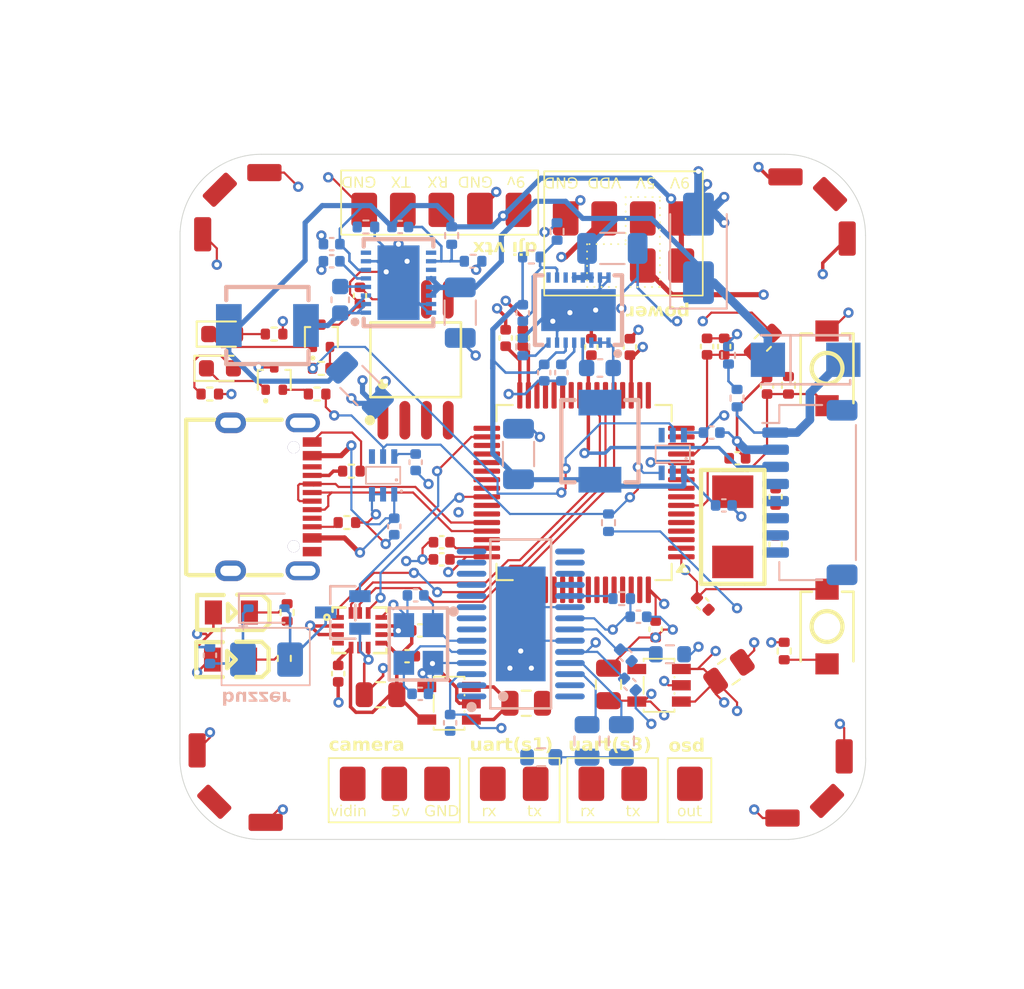
<source format=kicad_pcb>
(kicad_pcb (version 20241229) (generator "pcbnew") (generator_version "9.0")
  (layers (0 "F.Cu" signal) (4 "In1.Cu" signal) (6 "In2.Cu" signal) (2 "B.Cu" signal) (13 "F.Paste" user) (15 "B.Paste" user) (5 "F.SilkS" user "F.Silkscreen") (7 "B.SilkS" user "B.Silkscreen") (1 "F.Mask" user) (3 "B.Mask" user) (25 "Edge.Cuts" user))
  (net 0 "")
  (net 1 "VDD")
  (net 2 "Net-(U4-VCAP_2)")
  (net 3 "GND")
  (net 4 "Net-(U4-VCAP_1)")
  (net 5 "Net-(U4-VDDA)")
  (net 6 "Net-(U4-PH1)")
  (net 7 "Net-(U4-PH0)")
  (net 8 "Net-(U4-NRST)")
  (net 9 "+5V")
  (net 10 "LIPO_5V")
  (net 11 "BAT_POWER_PROTECTED")
  (net 12 "BAT_VOLTAGE")
  (net 13 "BAT_CURR")
  (net 14 "VACC")
  (net 15 "Net-(U7-VIN)")
  (net 16 "CAM_VID_OUT")
  (net 17 "Net-(U7-VOUT)")
  (net 18 "Net-(C33-Pad2)")
  (net 19 "Net-(U7-SAG)")
  (net 20 "Net-(U7-XFB)")
  (net 21 "Net-(U7-CLKIN)")
  (net 22 "USB_5V")
  (net 23 "Net-(D1-A)")
  (net 24 "Net-(D2-K)")
  (net 25 "Net-(D2-A)")
  (net 26 "Net-(D3-A)")
  (net 27 "Net-(D4-A)")
  (net 28 "Net-(D5-A)")
  (net 29 "Net-(D5-K)")
  (net 30 "BAT_POWER")
  (net 31 "TELEMETRY")
  (net 32 "MOTOR_4")
  (net 33 "MOTOR_1")
  (net 34 "MOTOR_3")
  (net 35 "MOTOR_2")
  (net 36 "PB13")
  (net 37 "Net-(Q2-B)")
  (net 38 "Net-(Q3-B)")
  (net 39 "Net-(U4-BOOT0)")
  (net 40 "Net-(U7-~{RESET})")
  (net 41 "OSD_VID_OUT")
  (net 42 "Net-(USB1-CC1)")
  (net 43 "Net-(USB1-CC2)")
  (net 44 "Net-(U10-ST)")
  (net 45 "PB1")
  (net 46 "PB0")
  (net 48 "PB15")
  (net 50 "PB12")
  (net 52 "PB14")
  (net 53 "OSD_CS")
  (net 54 "USART1_RX")
  (net 55 "OSD_CLK")
  (net 56 "OSD_SDIN")
  (net 57 "USB_D+")
  (net 58 "PA7")
  (net 59 "USART1_TX")
  (net 60 "PA5")
  (net 64 "OSD_SDOUT")
  (net 66 "PA6")
  (net 67 "PA8")
  (net 68 "PA4")
  (net 71 "DJI_TX")
  (net 72 "DJI_RX")
  (net 73 "USART3_RX")
  (net 78 "USB_D-")
  (net 102 "+9V")
  (net 103 "LED_4")
  (net 104 "LED_1")
  (net 105 "LED_2")
  (net 106 "LED_3")
  (net 107 "Net-(U10-~{CE})")
  (net 108 "Net-(C44-Pad2)")
  (net 109 "Net-(U11-CBOOT)")
  (net 110 "Net-(U11-VCC)")
  (net 111 "Net-(U11-FB)")
  (net 112 "Net-(U11-RT)")
  (net 115 "Net-(U1-FB)")
  (net 116 "Net-(U1-CBOOT)")
  (net 117 "Net-(C19-Pad2)")
  (net 118 "Net-(U1-VCC)")
  (net 119 "Net-(U1-RT)")
  (net 122 "USART3_TX")
  (footprint "Resistor_SMD:R_0402_1005Metric" (layer "F.Cu") (at 35.24 39.5 180)
    (property "Reference" "R18" (hide yes))
    (property "Value" "1k" (hide yes))
  )
  (footprint "Capacitor_SMD:C_0402_1005Metric" (layer "F.Cu") (at 43 58.3)
    (property "Reference" "C25" (hide yes))
    (property "Value" "100nf" (hide yes))
  )
  (footprint "footprint_lib:signal_pad" (layer "F.Cu") (at 44.75 65.75)
    (property "Reference" "J3" (hide yes))
    (property "Value" "Conn_01x01" (hide yes))
  )
  (footprint "footprint_lib:signal_pad" (layer "F.Cu") (at 45 32.25 180)
    (property "Reference" "J16" (hide yes))
    (property "Value" "Conn_01x01" (hide yes))
  )
  (footprint "footprint_lib:signal_pad" (layer "F.Cu") (at 49.5 32.25 180)
    (property "Reference" "J5" (hide yes))
    (property "Value" "Conn_01x01" (hide yes))
  )
  (footprint "easyeda2kicad:USB-C-SMD_TYPE-C-6PIN-2MD-073" (layer "F.Cu") (at 35.0825 49 -90)
    (property "Reference" "USB1" (hide yes))
    (property "Value" "TYPE-C 16PIN 2MD(073)" (hide yes))
  )
  (footprint "Capacitor_SMD:C_0402_1005Metric" (layer "F.Cu") (at 60.5 40.23 90)
    (property "Reference" "C7" (hide yes))
    (property "Value" "100nf" (hide yes))
  )
  (footprint "MountingHole:MountingHole_4.3mm_M4" (layer "F.Cu") (at 34.5 64.25)
    (property "Reference" "REF**" (hide yes))
    (property "Value" "MountingHole_4.3mm_M4" (hide yes))
  )
  (footprint "Resistor_SMD:R_0402_1005Metric" (layer "F.Cu") (at 39.75 47.5)
    (property "Reference" "R15" (hide yes))
    (property "Value" "5.1k" (hide yes))
  )
  (footprint "footprint_lib:signal_pad" (layer "F.Cu") (at 56.25 65.75)
    (property "Reference" "J7" (hide yes))
    (property "Value" "Conn_01x01" (hide yes))
  )
  (footprint "footprint_lib:signal_pad" (layer "F.Cu") (at 39.825 65.75)
    (property "Reference" "J1" (hide yes))
    (property "Value" "Conn_01x01" (hide yes))
  )
  (footprint "footprint_lib:signal_pad" (layer "F.Cu") (at 50.5 65.75)
    (property "Reference" "J8" (hide yes))
    (property "Value" "Conn_01x01" (hide yes))
  )
  (footprint "footprint_lib:signal_pad" (layer "F.Cu") (at 53.75 65.75)
    (property "Reference" "J6" (hide yes))
    (property "Value" "Conn_01x01" (hide yes))
  )
  (footprint "Package_QFP:LQFP-64_10x10mm_P0.5mm" (layer "F.Cu") (at 53.325 48.75 180)
    (property "Reference" "U4" (hide yes))
    (property "Value" "STM32F405RGTx" (hide yes))
  )
  (footprint "Capacitor_SMD:C_0402_1005Metric" (layer "F.Cu") (at 57.5 56.73 90)
    (property "Reference" "C6" (hide yes))
    (property "Value" "100nf" (hide yes))
  )
  (footprint "Package_TO_SOT_SMD:SOT-416" (layer "F.Cu") (at 35.25 42.1 90)
    (property "Reference" "Q2" (hide yes))
    (property "Value" "NPN" (hide yes))
  )
  (footprint "Capacitor_SMD:C_0402_1005Metric" (layer "F.Cu") (at 49.75 39.73 -90)
    (property "Reference" "C3" (hide yes))
    (property "Value" "2.2uf" (hide yes))
  )
  (footprint "footprint_lib:signal_pad" (layer "F.Cu") (at 40.5 32.25 180)
    (property "Reference" "J18" (hide yes))
    (property "Value" "Conn_01x01" (hide yes))
  )
  (footprint "footprint_lib:signal_pad" (layer "F.Cu") (at 54.5 32.75 180)
    (property "Reference" "J25" (hide yes))
    (property "Value" "Conn_01x01" (hide yes))
  )
  (footprint "footprint_lib:signal_pad" (layer "F.Cu") (at 42.75 32.25 180)
    (property "Reference" "J17" (hide yes))
    (property "Value" "Conn_01x01" (hide yes))
  )
  (footprint "footprint_lib:signal_pad" (layer "F.Cu") (at 59 32.75 180)
    (property "Reference" "J23" (hide yes))
    (property "Value" "Conn_01x01" (hide yes))
  )
  (footprint "easyeda2kicad:LED0805-R-RD" (layer "F.Cu") (at 32.7 58.5 180)
    (property "Reference" "D3" (hide yes))
    (property "Value" "C2296" (hide yes))
  )
  (footprint "LED_SMD:LED_0603_1608Metric" (layer "F.Cu") (at 32.08 41.5)
    (property "Reference" "D2" (hide yes))
    (property "Value" "LED" (hide yes))
  )
  (footprint "Capacitor_SMD:C_0402_1005Metric" (layer "F.Cu") (at 45.02 51.65)
    (property "Reference" "C2" (hide yes))
    (property "Value" "2.2uf" (hide yes))
  )
  (footprint "Capacitor_SMD:C_0402_1005Metric" (layer "F.Cu") (at 53.75 40.25 -90)
    (property "Reference" "C22" (hide yes))
    (property "Value" "100nf" (hide yes))
  )
  (footprint "footprint_lib:led_ring" (layer "F.Cu") (at 64.075 34.925)
    (property "Reference" "J19" (hide yes))
    (property "Value" "Conn_01x03" (hide yes))
  )
  (footprint "MountingHole:MountingHole_4.3mm_M4" (layer "F.Cu") (at 65 33.75)
    (property "Reference" "REF**" (hide yes))
    (property "Value" "MountingHole_4.3mm_M4" (hide yes))
  )
  (footprint "footprint_lib:led_ring" (layer "F.Cu") (at 35.35 63.2 180)
    (property "Reference" "J21" (hide yes))
    (property "Value" "Conn_01x03" (hide yes))
  )
  (footprint "easyeda2kicad:SOT-23-5_L3.0-W1.7-P0.95-LS2.8-BR" (layer "F.Cu") (at 57.7 60)
    (property "Reference" "U2" (hide yes))
    (property "Value" "TLV75533PDBVR" (hide yes))
  )
  (footprint "Capacitor_SMD:C_0402_1005Metric" (layer "F.Cu") (at 48.75 39.73 -90)
    (property "Reference" "C4" (hide yes))
    (property "Value" "100nf" (hide yes))
  )
  (footprint "Resistor_SMD:R_0402_1005Metric" (layer "F.Cu") (at 65 58 -90)
    (property "Reference" "R1" (hide yes))
    (property "Value" "10k" (hide yes))
  )
  (footprint "Capacitor_SMD:C_0402_1005Metric" (layer "F.Cu") (at 61.5 40.23 90)
    (property "Reference" "C8" (hide yes))
    (property "Value" "1uf" (hide yes))
  )
  (footprint "easyeda2kicad:SW-SMD_L3.9-W3.0-P4.45" (layer "F.Cu") (at 67.5 41.5 -90)
    (property "Reference" "SW2" (hide yes))
    (property "Value" "SW_Push" (hide yes))
  )
  (footprint "footprint_lib:signal_pad" (layer "F.Cu") (at 47.25 32.25 180)
    (property "Reference" "J15" (hide yes))
    (property "Value" "Conn_01x01" (hide yes))
  )
  (footprint "footprint_lib:signal_pad" (layer "F.Cu") (at 52.25 32.75 180)
    (property "Reference" "J4" (hide yes))
    (property "Value" "Conn_01x01" (hide yes))
  )
  (footprint "Capacitor_SMD:C_0402_1005Metric" (layer "F.Cu") (at 56 40.25 -90)
    (property "Reference" "C1" (hide yes))
    (property "Value" "100nf" (hide yes))
  )
  (footprint "MountingHole:MountingHole_4.3mm_M4" (layer "F.Cu") (at 65 64.25)
    (property "Reference" "REF**" (hide yes))
    (property "Value" "MountingHole_4.3mm_M4" (hide yes))
  )
  (footprint "Capacitor_SMD:C_0805_2012Metric" (layer "F.Cu") (at 49.95 61.05 180)
    (property "Reference" "C23" (hide yes))
    (property "Value" "1uf" (hide yes))
  )
  (footprint "Capacitor_SMD:C_0402_1005Metric" (layer "F.Cu") (at 38.98 59.32 -90)
    (property "Reference" "C26" (hide yes))
    (property "Value" "100nf" (hide yes))
  )
  (footprint "footprint_lib:signal_pad" (layer "F.Cu") (at 59.5 65.75)
    (property "Reference" "J13" (hide yes))
    (property "Value" "Conn_01x01" (hide yes))
  )
  (footprint "Resistor_SMD:R_0402_1005Metric" (layer "F.Cu") (at 31.49 43 180)
    (property "Reference" "R11" (hide yes))
    (property "Value" "1k" (hide yes))
  )
  (footprint "easyeda2kicad:CRYSTAL-SMD_L5.0-W3.2" (layer "F.Cu") (at 62 50.75 90)
    (property "Reference" "Y1" (hide yes))
    (property "Value" "C115962" (hide yes))
  )
  (footprint "footprint_lib:led_ring" (layer "F.Cu") (at 35.675 34.675 90)
    (property "Reference" "J20" (hide yes))
    (property "Value" "Conn_01x03" (hide yes))
  )
  (footprint "Capacitor_SMD:C_0402_1005Metric" (layer "F.Cu") (at 45.02 52.65)
    (property "Reference" "C5" (hide yes))
    (property "Value" "100nf" (hide yes))
  )
  (footprint "Resistor_SMD:R_0402_1005Metric" (layer "F.Cu") (at 37.990001 41.5)
    (property "Reference" "R17" (hide yes))
    (property "Value" "10k" (hide yes))
  )
  (footprint "footprint_lib:signal_pad" (layer "F.Cu") (at 42.25 65.75)
    (property "Reference" "J14" (hide yes))
    (property "Value" "Conn_01x01" (hide yes))
  )
  (footprint "Capacitor_SMD:C_0805_2012Metric" (layer "F.Cu") (at 54.75 59.95 90)
    (property "Reference" "C13" (hide yes))
    (property "Value" "1uf" (hide yes))
  )
  (footprint "Inductor_SMD:L_0603_1608Metric" (layer "F.Cu") (at 63.75 40 -135)
    (property "Reference" "FB1" (hide yes))
    (property "Value" "FerriteBead" (hide yes))
  )
  (footprint "footprint_lib:signal_pad" (layer "F.Cu") (at 48 65.75)
    (property "Reference" "J9" (hide yes))
    (property "Value" "Conn_01x01" (hide yes))
  )
  (footprint "easyeda2kicad:SW-SMD_L3.9-W3.0-P4.45" (layer "F.Cu") (at 67.5 56.57 -90)
    (property "Reference" "SW1" (hide yes))
    (property "Value" "SW_Push" (hide yes))
  )
  (footprint "Capacitor_SMD:C_0805_2012Metric" (layer "F.Cu") (at 61.778194 59.205103 35)
    (property "Reference" "C14" (hide yes))
    (property "Value" "1uf" (hide yes))
  )
  (footprint "Capacitor_SMD:C_0402_1005Metric" (layer "F.Cu") (at 62.27 46.75)
    (property "Reference" "C21" (hide yes))
    (property "Value" "100nf" (hide yes))
  )
  (footprint "easyeda2kicad:LGA-14_L3.0-W2.5-P0.50-TL" (layer "F.Cu") (at 40.23 56.79)
    (property "Reference" "U5" (hide yes))
    (property "Value" "ICM-42688-P" (hide yes))
  )
  (footprint "Resistor_SMD:R_0402_1005Metric" (layer "F.Cu") (at 36 55.75 -90)
    (property "Reference" "R21" (hide yes))
    (property "Value" "1k" (hide yes))
  )
  (footprint "easyeda2kicad:LED0805-R-RD" (layer "F.Cu") (at 32.75 55.75 180)
    (property "Reference" "D1" (hide yes))
    (property "Value" "C2297" (hide yes))
  )
  (footprint "Capacitor_SMD:C_0402_1005Metric" (layer "F.Cu") (at 64.5 51.77 -90)
    (property "Reference" "C9" (hide yes))
    (property "Value" "22pf" (hide yes))
  )
  (footprint "Capacitor_SMD:C_0402_1005Metric" (layer "F.Cu") (at 43.75 56.8)
    (property "Reference" "C27" (hide yes))
    (property "Value" "2.2uf" (hide yes))
  )
  (footprint "Resistor_SMD:R_0402_1005Metric" (layer "F.Cu") (at 37.75 43 180)
    (property "Reference" "R4" (hide yes))
    (property "Value" "10k" (hide yes))
  )
  (footprint "Capacitor_SMD:C_0402_1005Metric" (layer "F.Cu") (at 64.5 49 -90)
    (property "Reference" "C10" (hide yes))
    (property "Value" "22pf" (hide yes))
  )
  (footprint "Capacitor_SMD:C_0805_2012Metric" (layer "F.Cu") (at 41.45 60.55)
    (property "Reference" "C24" (hide yes))
    (property "Value" "1uf" (hide yes))
  )
  (footprint "footprint_lib:signal_pad" (layer "F.Cu") (at 56.75 32.75 180)
    (property "Reference" "J24" (hide yes))
    (property "Value" "Conn_01x01" (hide yes))
  )
  (footprint "Capacitor_SMD:C_0402_1005Metric" (layer "F.Cu") (at 60.25 55.25 135)
    (property "Reference" "C12" (hide yes))
    (property "Value" "100nf" (hide yes))
  )
  (footprint "LED_SMD:LED_0603_1608Metric" (layer "F.Cu") (at 32.2125 39.5)
    (property "Reference" "D5" (hide yes))
    (property "Value" "LED" (hide yes))
  )
  (footprint "Resistor_SMD:R_0402_1005Metric" (layer "F.Cu") (at 35.835 58.43 -90)
    (property "Reference" "R19" (hide yes))
    (property "Value" "1k" (hide yes))
  )
  (footprint "Capacitor_SMD:C_0402_1005Metric" (layer "F.Cu") (at 40.25 37.25 90)
    (property "Reference" "C15" (hide yes))
    (property "Value" "100nf" (hide yes))
  )
  (footprint "footprint_lib:signal_pad" (layer "F.Cu") (at 59 35.5 180)
    (property "Reference" "J10" (hide yes))
    (property "Value" "Conn_01x01" (hide yes))
  )
  (footprint "easyeda2kicad:SOIC-8_L5.3-W5.3-P1.27-LS8.0-BL" (layer "F.Cu") (at 43.5 41)
    (property "Reference" "U3" (hide yes))
    (property "Value" "W25Q128JVSIQTR" (hide yes))
  )
  (footprint "footprint_lib:signal_pad" (layer "F.Cu") (at 56.75 35.5 180)
    (property "Reference" "J11" (hide yes))
    (property "Value" "Conn_01x01" (hide yes))
  )
  (footprint "easyeda2kicad:SOT-23-5_L3.0-W1.7-P0.95-LS2.8-BR" (layer "F.Cu") (at 45.45 61.05)
    (property "Reference" "U6" (hide yes))
    (property "Value" "LP5907MFX-3.3/NOPB" (hide yes))
  )
  (footprint "Package_TO_SOT_SMD:SOT-416" (layer "F.Cu") (at 38 39.6 90)
    (property "Reference" "Q3" (hide yes))
    (property "Value" "NPN" (hide yes))
  )
  (footprint "Resistor_SMD:R_0402_1005Metric" (layer "F.Cu") (at 65.25 42.49 -90)
    (property "Reference" "R2" (hide yes))
    (property "Value" "10k" (hide yes))
  )
  (footprint "footprint_lib:led_ring" (layer "F.Cu") (at 63.9 63.15 -90)
    (property "Reference" "J22" (hide yes))
    (property "Value" "Conn_01x03" (hide yes))
  )
  (footprint "Capacitor_SMD:C_0402_1005Metric" (layer "F.Cu") (at 64 42.52 90)
    (property "Reference" "C11" (hide yes))
    (property "Value" "100nf" (hide yes))
  )
  (footprint "MountingHole:MountingHole_4.3mm_M4" (layer "F.Cu") (at 34.5 33.75)
    (property "Reference" "REF**" (hide yes))
    (property "Value" "MountingHole_4.3mm_M4" (hide yes))
  )
  (footprint "Resistor_SMD:R_0402_1005Metric" (layer "F.Cu") (at 39.49 50.5 180)
    (property "Reference" "R16" (hide yes))
    (property "Value" "5.1k" (hide yes))
  )
  (footprint "easyeda2kicad:SON-16_L5.0-W4.0-P0.50-TL-EP" (layer "B.Cu") (at 42.5 36.5)
    (property "Reference" "U11" (hide yes))
    (property "Value" "LM43603DSUR" (hide yes))
  )
  (footprint "easyeda2kicad:IND-SMD_L4.8-W4.5" (layer "B.Cu") (at 54.25 45.75 -90)
    (property "Reference" "L1" (hide yes))
    (property "Value" "2.2uH" (hide yes))
  )
  (footprint "Capacitor_SMD:C_0402_1005Metric" (layer "B.Cu") (at 31.5 58.25 -90)
    (property "Reference" "C16" (hide yes))
    (property "Value" "100nf" (hide yes))
  )
  (footprint "Capacitor_SMD:C_0603_1608Metric" (layer "B.Cu") (at 39.1 37.5 -90)
    (property "Reference" "C44" (hide yes))
    (property "Value" "470nf" (hide yes))
  )
  (footprint "Capacitor_SMD:C_0402_1005Metric" (layer "B.Cu") (at 55.76 58.25 135)
    (property "Reference" "C32" (hide yes))
    (property "Value" "100nf" (hide yes))
  )
  (footprint "Resistor_SMD:R_0402_1005Metric" (layer "B.Cu") (at 54.75 50.51 -90)
    (property "Reference" "R3" (hide yes))
    (property "Value" "10k" (hide yes))
  )
  (footprint "easyeda2kicad:SON-16_L5.0-W4.0-P0.50-TL-EP" (layer "B.Cu") (at 53 38.1 90)
    (property "Reference" "U1" (hide yes))
    (property "Value" "LM43603DSUR" (hide yes))
  )
  (footprint "easyeda2kicad:IND-SMD_L4.8-W4.5" (layer "B.Cu") (at 34.85 39 180)
    (property "Reference" "L2" (hide yes))
    (property "Value" "2.2uH" (hide yes))
  )
  (footprint "Capacitor_SMD:C_0402_1005Metric" (layer "B.Cu") (at 43.5 54.75 180)
    (property "Reference" "C35" (hide yes))
    (property "Value" "33pf" (hide yes))
  )
  (footprint "Capacitor_SMD:C_0402_1005Metric" (layer "B.Cu") (at 56.5 56 180)
    (property "Reference" "C30" (hide yes))
    (property "Value" "100nf" (hide yes))
  )
  (footprint "Capacitor_SMD:C_0402_1005Metric" (layer "B.Cu") (at 42.25 50.73 90)
    (property "Reference" "C39" (hide yes))
    (property "Value" "1uf" (hide yes))
  )
  (footprint "Capacitor_SMD:C_0805_2012Metric" (layer "B.Cu") (at 55.5 63.25 -90)
    (property "Reference" "C34" (hide yes))
    (property "Value" "22uf" (hide yes))
  )
  (footprint "Capacitor_SMD:C_0402_1005Metric" (layer "B.Cu") (at 43.77 60.5)
    (property "Reference" "C36" (hide yes))
    (property "Value" "33pf" (hide yes))
  )
  (footprint "easyeda2kicad:CRYSTAL-SMD_4P-L3.2-W2.5-BL_SIT8008BI" (layer "B.Cu") (at 43.66 57.59 -90)
    (property "Reference" "X1" (hide yes))
    (property "Value" "XL2EL89CSI-111YLC-27M" (hide yes))
  )
  (footprint "Resistor_SMD:R_0402_1005Metric" (layer "B.Cu") (at 50.25 35)
    (property "Reference" "R6" (hide yes))
    (property "Value" "1M" (hide yes))
  )
  (footprint "Capacitor_SMD:C_0402_1005Metric" (layer "B.Cu") (at 61.48 49.5)
    (property "Reference" "C40" (hide yes))
    (property "Value" "1uf" (hide yes))
  )
  (footprint "Resistor_SMD:R_0402_1005Metric" (layer "B.Cu") (at 62.25 43.24 -90)
    (property "Reference" "R12" (hide yes))
    (property "Value" "100k" (hide yes))
  )
  (footprint "easyeda2kicad:SOT-23-3_L2.9-W1.3-P1.90-LS2.4-BR" (layer "B.Cu") (at 39.25 55.75)
    (property "Reference" "Q1" (hide yes))
    (property "Value" "AO3400A" (hide yes))
  )
  (footprint "Capacitor_SMD:C_0603_1608Metric" (layer "B.Cu") (at 54.25 41.48)
    (property "Reference" "C19" (hide yes))
    (property "Value" "470nf" (hide yes))
  )
  (footprint "Diode_SMD:D_SOD-323" (layer "B.Cu") (at 34.8 55.5)
    (property "Reference" "D4" (hide yes))
    (property "Value" "D_Schottky" (hide yes))
  )
  (footprint "Capacitor_SMD:C_1206_3216Metric" (layer "B.Cu") (at 54.975 34.5)
    (property "Reference" "C17" (hide yes))
    (property "Value" "22uf" (hide yes))
  )
  (footprint "Resistor_SMD:R_0402_1005Metric" (layer "B.Cu") (at 51.75 33.51 90)
    (property "Reference" "R5" (hide yes))
    (property "Value" "249k" (hide yes))
  )
  (footprint "Resistor_SMD:R_0603_1608Metric" (layer "B.Cu") (at 58.335 58.19 180)
    (property "Reference" "R10" (hide yes))
    (property "Value" "75" (hide yes))
  )
  (footprint "Resistor_SMD:R_0402_1005Metric" (layer "B.Cu") (at 46.85 35.25)
    (property "Reference" "R24" (hide yes))
    (property "Value" "127k" (hide yes))
  )
  (footprint "Capacitor_SMD:C_0402_1005Metric" (layer "B.Cu") (at 49.75 38.27 90)
    (property "Reference" "C18" (hide yes))
    (property "Value" "22pf" (hide yes))
  )
  (footprint "Capacitor_SMD:C_0402_1005Metric" (layer "B.Cu") (at 60.77 45.25)
    (property "Reference" "C41" (hide yes))
    (property "Value" "100nf" (hide yes))
  )
  (footprint "easyeda2kicad:SC-70-6_L2.0-W1.3-P0.65-LS2.1-BL" (layer "B.Cu") (at 41.6 47.75 180)
    (property "Reference" "U9" (hide yes))
    (property "Value" "LM66100DCKR" (hide yes))
  )
  (footprint "Capacitor_SMD:C_1206_3216Metric" (layer "B.Cu") (at 46.1 38.25 -90)
    (property "Reference" "C50" (hide yes))
    (property "Value" "22uf" (hide yes))
  )
  (footprint "Capacitor_SMD:C_0402_1005Metric" (layer "B.Cu") (at 42.6 33.25 180)
    (property "Reference" "C48" (hide yes))
    (property "Value" "22pf" (hide yes))
  )
  (footprint "Capacitor_SMD:C_1206_3216Metric" (layer "B.Cu") (at 40.25 42.5 -45)
    (property "Reference" "C46" (hide yes))
    (property "Value" "22uf" (hide yes))
  )
  (footprint "Resistor_SMD:R_0402_1005Metric" (layer "B.Cu") (at 55.52 54.94 180)
    (property "Reference" "R9" (hide yes))
    (property "Value" "1k" (hide yes))
  )
  (footprint "Connector_JST:JST_SH_SM08B-SRSS-TB_1x08-1MP_P1.00mm_Horizontal" (layer "B.Cu") (at 66.5 48.75 -90)
    (property "Reference" "J2" (hide yes))
    (property "Value" "Conn_01x08" (hide yes))
  )
  (footprint "footprint_lib:signal_pad" (layer "B.Cu") (at 36.175 58.5 180)
    (property "Reference" "TP2" (hide yes))
    (property "Value" "BUZZER-" (hide yes))
  )
  (footprint "Resistor_SMD:R_0402_1005Metric" (layer "B.Cu") (at 40.6 33.25)
    (property "Reference" "R22" (hide yes))
    (property "Value" "17.8k" (hide yes))
  )
  (footprint "Resistor_SMD:R_0603_1608Metric" (layer "B.Cu") (at 50.825 64.2)
    (property "Reference" "R14" (hide yes))
    (property "Value" "75" (hide yes))
  )
  (footprint "Capacitor_SMD:C_0402_1005Metric" (layer "B.Cu") (at 56 59.95 135)
    (property "Reference" "C29" (hide yes))
    (property "Value" "100nf" (hide yes))
  )
  (footprint "Capacitor_SMD:C_0402_1005Metric" (layer "B.Cu") (at 51 41.75 -90)
    (property "Reference" "C37" (hide yes))
    (property "Value" "1uF" (hide yes))
  )
  (footprint "footprint_lib:signal_pad" (layer "B.Cu") (at 33.425 58.5 180)
    (property "Reference" "TP1" (hide yes))
    (property "Value" "BUZZER+" (hide yes))
  )
  (footprint "Capacitor_SMD:C_0805_2012Metric" (layer "B.Cu") (at 53.5 63.25 -90)
    (property "Reference" "C33" (hide yes))
    (property "Value" "22uf" (hide yes))
  )
  (footprint "Resistor_SMD:R_0402_1005Metric" (layer "B.Cu") (at 49.75 40.25 90)
    (property "Reference" "R7" (hide yes))
    (property "Value" "17.8k" (hide yes))
  )
  (footprint "Capacitor_SMD:C_0402_1005Metric" (layer "B.Cu") (at 38.6 35.25 180)
    (property "Reference" "C45" (hide yes))
    (property "Value" "2.2uF" (hide yes))
  )
  (footprint "Capacitor_SMD:C_0402_1005Metric" (layer "B.Cu") (at 43.5 46.98 -90)
    (property "Reference" "C38" (hide yes))
    (property "Value" "100nf" (hide yes))
  )
  (footprint "Capacitor_SMD:C_0402_1005Metric" (layer "B.Cu") (at 38.6 34.25 180)
    (property "Reference" "C47" (hide yes))
    (property "Value" "1uF" (hide yes))
  )
  (footprint "Resistor_SMD:R_0402_1005Metric" (layer "B.Cu") (at 45.6 33.75 -90)
    (property "Reference" "R23" (hide yes))
    (property "Value" "1M" (hide yes))
  )
  (footprint "easyeda2kicad:SC-70-6_L2.0-W1.3-P0.65-LS2.1-BL" (layer "B.Cu") (at 58.5 46.5 180)
    (property "Reference" "U10" (hide yes))
    (property "Value" "LM66100DCKR" (hide yes))
  )
  (footprint "easyeda2kicad:SMA_L4.3-W2.6-LS5.2-RD" (layer "B.Cu") (at 66.25 41)
    (property "Reference" "D6" (hide yes))
    (property "Value" "D_Schottky" (hide yes))
  )
  (footprint "Capacitor_SMD:C_0402_1005Metric" (layer "B.Cu") (at 45.51 62.19 90)
    (property "Reference" "C28" (hide yes))
    (property "Value" "100nf" (hide yes))
  )
  (footprint "Diode_SMD:D_SMA" (layer "B.Cu") (at 60 34.5 90)
    (property "Reference" "D8" (hide yes))
    (property "Value" "SMAJ30A" (hide yes))
  )
  (footprint "Resistor_SMD:R_0402_1005Metric" (layer "B.Cu") (at 61.75 40.74 -90)
    (property "Reference" "R13" (hide yes))
    (property "Value" "10k" (hide yes))
  )
  (footprint "Capacitor_SMD:C_0402_1005Metric" (layer "B.Cu") (at 52 41.75 -90)
    (property "Reference" "C20" (hide yes))
    (property "Value" "2.2uF" (hide yes))
  )
  (footprint "easyeda2kicad:TSSOP-28_L9.7-W4.4-P0.65-LS6.4-BL-EP-2" (layer "B.Cu") (at 49.63 56.42 90)
    (property "Reference" "U7" (hide yes))
    (property "Value" "AT7456E" (hide yes))
  )
  (footprint "Capacitor_SMD:C_1206_3216Metric" (layer "B.Cu") (at 49.5 46.5 90)
    (property "Reference" "C31" (hide yes))
    (property "Value" "22uf" (hide yes))
  )
  (gr_rect (start 52.35 64.25) (end 57.65 68) (stroke (width 0.1)) (fill no) (layer "F.SilkS"))
  (gr_line (start 57.75 31.5) (end 55.75 31.5) (stroke (width 0.1) (type dot)) (layer "F.SilkS"))
  (gr_line (start 53.5 36.75) (end 57.75 36.75) (stroke (width 0.1) (type dot)) (layer "F.SilkS"))
  (gr_line (start 57.75 36.75) (end 57.75 34.25) (stroke (width 0.1) (type dot)) (layer "F.SilkS"))
  (gr_rect (start 38.425 64.25) (end 46.075 68) (stroke (width 0.1)) (fill no) (layer "F.SilkS"))
  (gr_line (start 57.75 34.25) (end 57.75 31.5) (stroke (width 0.1) (type dot)) (layer "F.SilkS"))
  (gr_rect (start 58.2 64.25) (end 60.75 68) (stroke (width 0.1)) (fill no) (layer "F.SilkS"))
  (gr_rect (start 51 30) (end 60.25 37.25) (stroke (width 0.1)) (fill no) (layer "F.SilkS"))
  (gr_line (start 55.75 31.5) (end 55.75 34.25) (stroke (width 0.1) (type dot)) (layer "F.SilkS"))
  (gr_rect (start 39.15 29.95) (end 50.65 33.7) (stroke (width 0.1)) (fill no) (layer "F.SilkS"))
  (gr_rect (start 46.6 64.25) (end 51.9 68) (stroke (width 0.1)) (fill no) (layer "F.SilkS"))
  (gr_line (start 53.5 34.25) (end 53.5 36.75) (stroke (width 0.1) (type dot)) (layer "F.SilkS"))
  (gr_line (start 55.75 34.25) (end 53.5 34.25) (stroke (width 0.1) (type dot)) (layer "F.SilkS"))
  (gr_rect (start 32.175 56.65) (end 37.325 60) (stroke (width 0.1)) (fill no) (layer "B.SilkS"))
  (gr_arc (start 34.25 68.995834) (mid 31.05228 67.520882) (end 29.747586 64.25) (stroke (width 0.05)) (layer "Edge.Cuts"))
  (gr_arc (start 65 29.004166) (mid 68.355811 30.394189) (end 69.745834 33.75) (stroke (width 0.05)) (layer "Edge.Cuts"))
  (gr_arc (start 69.756574 64.25) (mid 68.450662 67.523824) (end 65.25 69) (stroke (width 0.05)) (layer "Edge.Cuts"))
  (gr_arc (start 29.760737 33.500346) (mid 31.233647 30.307054) (end 34.5 29.004166) (stroke (width 0.05)) (layer "Edge.Cuts"))
  (gr_line (start 69.75 33.75) (end 69.75 64.25) (stroke (width 0.05)) (layer "Edge.Cuts"))
  (gr_line (start 65.25 69) (end 34.25 68.995834) (stroke (width 0.05)) (layer "Edge.Cuts"))
  (gr_line (start 29.75 64.25) (end 29.754166 33.5) (stroke (width 0.05)) (layer "Edge.Cuts"))
  (gr_line (start 65 29.004166) (end 34.5 29.004166) (stroke (width 0.05)) (layer "Edge.Cuts"))
  (gr_text "vidin" (at 38.5 67.75 0) (layer "F.SilkS") (effects (font (size 0.635 0.635) (thickness 0.1)) (justify left bottom)))
  (gr_text "5V\n" (at 57.5 30.25 180) (layer "F.SilkS") (effects (font (size 0.635 0.635) (thickness 0.1)) (justify left bottom)))
  (gr_text "GND" (at 41.2 30.2 180) (layer "F.SilkS") (effects (font (size 0.635 0.635) (thickness 0.1)) (justify left bottom)))
  (gr_text "power" (at 59.5 37.75 180) (layer "F.SilkS") (effects (font (size 0.762 0.762) (thickness 0.1)) (justify left bottom)))
  (gr_text "tx\n" (at 50 67.75 0) (layer "F.SilkS") (effects (font (size 0.635 0.635) (thickness 0.1)) (justify left bottom)))
  (gr_text "GND" (at 48 30.2 180) (layer "F.SilkS") (effects (font (size 0.635 0.635) (thickness 0.1)) (justify left bottom)))
  (gr_text "out" (at 58.75 67.75 0) (layer "F.SilkS") (effects (font (size 0.635 0.635) (thickness 0.1)) (justify left bottom)))
  (gr_text "TX\n" (at 43.2 30.2 180) (layer "F.SilkS") (effects (font (size 0.635 0.635) (thickness 0.1)) (justify left bottom)))
  (gr_text "camera" (at 38.425 63.95 0) (layer "F.SilkS") (effects (font (size 0.762 0.762) (thickness 0.1)) (justify left bottom)))
  (gr_text "5v" (at 42.075 67.75 0) (layer "F.SilkS") (effects (font (size 0.635 0.635) (thickness 0.1)) (justify left bottom)))
  (gr_text "RX" (at 45.4 30.2 180) (layer "F.SilkS") (effects (font (size 0.635 0.635) (thickness 0.1)) (justify left bottom)))
  (gr_text "9v" (at 49.9 30.2 180) (layer "F.SilkS") (effects (font (size 0.635 0.635) (thickness 0.1)) (justify left bottom)))
  (gr_text "rx\n" (at 53.1 67.75 0) (layer "F.SilkS") (effects (font (size 0.635 0.635) (thickness 0.1)) (justify left bottom)))
  (gr_text "dji vtx" (at 50.6 34 180) (layer "F.SilkS") (effects (font (size 0.762 0.762) (thickness 0.1)) (justify left bottom)))
  (gr_text "uart(s3)" (at 52.4 63.95 0) (layer "F.SilkS") (effects (font (size 0.762 0.762) (thickness 0.1)) (justify left bottom)))
  (gr_text "GND" (at 53 30.25 180) (layer "F.SilkS") (effects (font (size 0.635 0.635) (thickness 0.1)) (justify left bottom)))
  (gr_text "tx\n" (at 55.75 67.75 0) (layer "F.SilkS") (effects (font (size 0.635 0.635) (thickness 0.1)) (justify left bottom)))
  (gr_text "uart(s1)" (at 46.65 63.95 0) (layer "F.SilkS") (effects (font (size 0.762 0.762) (thickness 0.1)) (justify left bottom)))
  (gr_text "rx\n" (at 47.35 67.75 0) (layer "F.SilkS") (effects (font (size 0.635 0.635) (thickness 0.1)) (justify left bottom)))
  (gr_text "osd" (at 58.25 64 0) (layer "F.SilkS") (effects (font (size 0.762 0.762) (thickness 0.1)) (justify left bottom)))
  (gr_text "9V\n" (at 59.5 30.25 180) (layer "F.SilkS") (effects (font (size 0.635 0.635) (thickness 0.1)) (justify left bottom)))
  (gr_text "VDD" (at 55.5 30.25 180) (layer "F.SilkS") (effects (font (size 0.635 0.635) (thickness 0.1)) (justify left bottom)))
  (gr_text "GND" (at 44 67.75 0) (layer "F.SilkS") (effects (font (size 0.635 0.635) (thickness 0.1)) (justify left bottom)))
  (gr_text "-\n" (at 35.825 56.15 180) (layer "B.SilkS") (effects (font (size 0.635 0.635) (thickness 0.1)) (justify left bottom mirror)))
  (gr_text "+" (at 33.075 56.15 180) (layer "B.SilkS") (effects (font (size 0.635 0.635) (thickness 0.1)) (justify left bottom mirror)))
  (gr_text "buzzer\n" (at 32.175 60.25 180) (layer "B.SilkS") (effects (font (size 0.762 0.762) (thickness 0.1)) (justify left bottom mirror)))
  (segment (start 57.5 54.85) (end 57.075 54.425) (width 0.127) (layer "F.Cu") (net 1))
  (segment (start 59 52.5) (end 59 53.04691) (width 0.127) (layer "F.Cu") (net 1))
  (segment (start 57.5 56.25) (end 57.5 54.85) (width 0.127) (layer "F.Cu") (net 1))
  (segment (start 54.5 32.75) (end 54.25 32.75) (width 0.127) (layer "F.Cu") (net 1))
  (segment (start 59.910589 54.910589) (end 59.910589 53.957499) (width 0.127) (layer "F.Cu") (net 1))
  (segment (start 40.27 36.77) (end 40.97 37.47) (width 0.127) (layer "F.Cu") (net 1))
  (segment (start 47.65 52.5) (end 45.65 52.5) (width 0.127) (layer "F.Cu") (net 1))
  (segment (start 57.2 60.95) (end 58 61.75) (width 0.127) (layer "F.Cu") (net 1))
  (segment (start 56.05 60.95) (end 56 60.9) (width 0.127) (layer "F.Cu") (net 1))
  (segment (start 60.431178 54.39) (end 59.910589 54.910589) (width 0.127) (layer "F.Cu") (net 1))
  (segment (start 49.575 41.035) (end 49.575 43.075) (width 0.2) (layer "F.Cu") (net 1))
  (segment (start 56.4 60.95) (end 57.2 60.95) (width 0.127) (layer "F.Cu") (net 1))
  (segment (start 48.75 40.21) (end 49.575 41.035) (width 0.2) (layer "F.Cu") (net 1))
  (segment (start 67.5 54.39) (end 60.431178 54.39) (width 0.127) (layer "F.Cu") (net 1))
  (segment (start 57.175 54.425) (end 58 55.25) (width 0.127) (layer "F.Cu") (net 1))
  (segment (start 40.25 36.77) (end 40.27 36.77) (width 0.127) (layer "F.Cu") (net 1))
  (segment (start 63.113695 38.250001) (end 64.306847 39.443153) (width 0.127) (layer "F.Cu") (net 1))
  (segment (start 60.25 38.75) (end 60.749999 38.250001) (width 0.127) (layer "F.Cu") (net 1))
  (segment (start 45.402061 53.392984) (end 45.560238 53.392984) (width 0.127) (layer "F.Cu") (net 1))
  (segment (start 60.749999 38.250001) (end 63.113695 38.250001) (width 0.127) (layer "F.Cu") (net 1))
  (segment (start 56.075 40.925) (end 56.75 40.25) (width 0.2) (layer "F.Cu") (net 1))
  (segment (start 59.910589 53.957499) (end 59.226545 53.273455) (width 0.127) (layer "F.Cu") (net 1))
  (segment (start 56.075 40.805) (end 56 40.73) (width 0.2) (layer "F.Cu") (net 1))
  (segment (start 46.453222 52.5) (end 47.65 52.5) (width 0.127) (layer "F.Cu") (net 1))
  (segment (start 52.25 35) (end 54.5 32.75) (width 0.3) (layer "F.Cu") (net 1))
  (segment (start 52 35) (end 52.25 35) (width 0.3) (layer "F.Cu") (net 1))
  (segment (start 56.4 60.95) (end 56.8 60.95) (width 0.127) (layer "F.Cu") (net 1))
  (segment (start 57.075 54.425) (end 57.175 54.425) (width 0.127) (layer "F.Cu") (net 1))
  (segment (start 59 53.04691) (end 59.226545 53.273455) (width 0.127) (layer "F.Cu") (net 1))
  (segment (start 56.075 41) (end 56.075 40.805) (width 0.2) (layer "F.Cu") (net 1))
  (segment (start 56.075 43.075) (end 56.075 41) (width 0.2) (layer "F.Cu") (net 1))
  (segment (start 45.65 52.5) (end 45.5 52.65) (width 0.127) (layer "F.Cu") (net 1))
  (segment (start 56 60.9) (end 54.75 60.9) (width 0.127) (layer "F.Cu") (net 1))
  (segment (start 45.560238 53.392984) (end 46.453222 52.5) (width 0.127) (layer "F.Cu") (net 1))
  (segment (start 56.075 41) (end 56.075 40.925) (width 0.2) (layer "F.Cu") (net 1))
  (segment (start 56.8 60.95) (end 57.25 60.5) (width 0.127) (layer "F.Cu") (net 1))
  (segment (start 56.4 60.95) (end 56.05 60.95) (width 0.127) (layer "F.Cu") (net 1))
  (segment (start 40.97 37.47) (end 41.59 37.47) (width 0.127) (layer "F.Cu") (net 1))
  (via (at 52 35) (size 0.6) (drill 0.3) (layers "F.Cu" "B.Cu") (net 1))
  (via (at 48.5 62.5) (size 0.6) (drill 0.3) (layers "F.Cu" "B.Cu") (net 1))
  (via (at 59.226545 53.273455) (size 0.6) (drill 0.3) (layers "F.Cu" "B.Cu") (net 1))
  (via (at 57.25 60.5) (size 0.6) (drill 0.3) (layers "F.Cu" "B.Cu") (net 1))
  (via (at 60.25 38.75) (size 0.6) (drill 0.3) (layers "F.Cu" "B.Cu") (net 1))
  (via (at 45.402061 53.392984) (size 0.6) (drill 0.3) (layers "F.Cu" "B.Cu") (net 1))
  (via (at 58 55.25) (size 0.6) (drill 0.3) (layers "F.Cu" "B.Cu") (net 1))
  (via (at 58 61.75) (size 0.6) (drill 0.3) (layers "F.Cu" "B.Cu") (net 1))
  (via (at 54 57.5) (size 0.6) (drill 0.3) (layers "F.Cu" "B.Cu") (net 1))
  (via (at 55 56.75) (size 0.6) (drill 0.3) (layers "F.Cu" "B.Cu") (net 1))
  (via (at 56.75 40.25) (size 0.6) (drill 0.3) (layers "F.Cu" "B.Cu") (net 1))
  (segment (start 47.25 62.5) (end 46.46 61.71) (width 0.127) (layer "B.Cu") (net 1))
  (segment (start 52.5 58.05) (end 54.1 58.05) (width 0.127) (layer "B.Cu") (net 1))
  (segment (start 46.46 61.71) (end 45.51 61.71) (width 0.127) (layer "B.Cu") (net 1))
  (segment (start 55 56.75) (end 55.75 56) (width 0.127) (layer "B.Cu") (net 1))
  (segment (start 46.065 59.35) (end 46.76 59.35) (width 0.127) (layer "B.Cu") (net 1))
  (segment (start 45.51 59.905) (end 46.065 59.35) (width 0.127) (layer "B.Cu") (net 1))
  (segment (start 54.1 58.05) (end 55.660589 59.610589) (width 0.127) (layer "B.Cu") (net 1))
  (segment (start 53.9135 56.09) (end 52.5 56.09) (width 0.127) (layer "B.Cu") (net 1))
  (segment (start 56.03 55.99) (end 56.02 56) (width 0.127) (layer "B.Cu") (net 1))
  (segment (start 54.5735 56.75) (end 53.9135 56.09) (width 0.127) (layer "B.Cu") (net 1))
  (segment (start 55.75 56) (end 56.02 56) (width 0.127) (layer "B.Cu") (net 1))
  (segment (start 55 56.75) (end 54.5735 56.75) (width 0.127) (layer "B.Cu") (net 1))
  (segment (start 53.45 58.05) (end 54 57.5) (width 0.127) (layer "B.Cu") (net 1))
  (segment (start 48.5 62.5) (end 47.25 62.5) (width 0.127) (layer "B.Cu") (net 1))
  (segment (start 56.03 54.94) (end 56.03 55.99) (width 0.127) (layer "B.Cu") (net 1))
  (segment (start 52.5 58.05) (end 53.45 58.05) (width 0.127) (layer "B.Cu") (net 1))
  (segment (start 45.51 61.71) (end 45.51 59.905) (width 0.127) (layer "B.Cu") (net 1))
  (segment (start 45.5 51.65) (end 45.85 52) (width 0.127) (layer "F.Cu") (net 2))
  (segment (start 45.85 52) (end 47.65 52) (width 0.127) (layer "F.Cu") (net 2))
  (segment (start 40.75 58.5) (end 40.75 58.32) (width 0.15) (layer "F.Cu") (net 3))
  (segment (start 35.25 41.45) (end 34.36924 41.45) (width 0.127) (layer "F.Cu") (net 3))
  (segment (start 31.7 56.8) (end 31.375 57.125) (width 0.15) (layer "F.Cu") (net 3))
  (segment (start 68.5 64.15) (end 68.5 62.5) (width 0.127) (layer "F.Cu") (net 3))
  (segment (start 39.798324 45.25) (end 38.0125 45.25) (width 0.127) (layer "F.Cu") (net 3))
  (segment (start 43.9 52) (end 44.25 51.65) (width 0.127) (layer "F.Cu") (net 3))
  (segment (start 62.25 45.75) (end 62.25 46.25) (width 0.15) (layer "F.Cu") (net 3))
  (segment (start 42.215148 56.54) (end 42.49 56.814852) (width 0.2) (layer "F.Cu") (net 3))
  (segment (start 31.5 58.5) (end 31.65 58.5) (width 0.15) (layer "F.Cu") (net 3))
  (segment (start 67.5 39.32) (end 67.68 39.32) (width 0.127) (layer "F.Cu") (net 3))
  (segment (start 52.25 32.55) (end 53.10962 31.69038) (width 0.3) (layer "F.Cu") (net 3))
  (segment (start 49.75 38.552255) (end 48.754253 37.556508) (width 0.2) (layer "F.Cu") (net 3))
  (segment (start 45.899 60.149) (end 45.899 60.899) (width 0.2) (layer "F.Cu") (net 3))
  (segment (start 40.25 37.73) (end 39.6755 37.1555) (width 0.127) (layer "F.Cu") (net 3))
  (segment (start 40.75 57.82) (end 40.73 57.8) (width 0.15) (layer "F.Cu") (net 3))
  (segment (start 40 50.5) (end 40.70309 50.5) (width 0.127) (layer "F.Cu") (net 3))
  (segment (start 68.5 62.5) (end 68.25 62.25) (width 0.127) (layer "F.Cu") (net 3))
  (segment (start 48.75 39.25) (end 48.75 38.5) (width 0.2) (layer "F.Cu") (net 3))
  (segment (start 57.228035 47) (end 59 47) (width 0.127) (layer "F.Cu") (net 3))
  (segment (start 58.5 56.75) (end 57.96 56.75) (width 0.127) (layer "F.Cu") (net 3))
  (segment (start 42.03 55.47) (end 42.03 55.5) (width 0.127) (layer "F.Cu") (net 3))
  (segment (start 41.75 51.75) (end 40.5 50.5) (width 0.127) (layer "F.Cu") (net 3))
  (segment (start 30.75 59.25) (end 31.5 58.5) (width 0.15) (layer "F.Cu") (net 3))
  (segment (start 48.75 38.5) (end 48.25 38) (width 0.2) (layer "F.Cu") (net 3))
  (segment (start 62.25 43.79) (end 64 42.04) (width 0.15) (layer "F.Cu") (net 3))
  (segment (start 30.75 59.25) (end 30.75 57.75) (width 0.15) (layer "F.Cu") (net 3))
  (segment (start 31.25 57) (end 30.75 57) (width 0.15) (layer "F.Cu") (net 3))
  (segment (start 40.3145 45.766176) (end 39.798324 45.25) (width 0.127) (layer "F.Cu") (net 3))
  (segment (start 44.25 51.65) (end 44.54 51.65) (width 0.127) (layer "F.Cu") (net 3))
  (segment (start 65.075 30.325) (end 64.075 30.325) (width 0.2) (layer "F.Cu") (net 3))
  (segment (start 61.5 39.75) (end 60.5 39.75) (width 0.127) (layer "F.Cu") (net 3))
  (segment (start 38 38.95) (end 39.03 38.95) (width 0.127) (layer "F.Cu") (net 3))
  (segment (start 40.5 58.75) (end 40.5 60.55) (width 0.15) (layer "F.Cu") (net 3))
  (segment (start 62 39.75) (end 62.25 39.5) (width 0.127) (layer "F.Cu") (net 3))
  (segment (start 31.9 34.5) (end 31.9 35.45) (width 0.127) (layer "F.Cu") (net 3))
  (segment (start 42.264852 57.04) (end 42.49 56.814852) (width 0.2) (layer "F.Cu") (net 3))
  (segment (start 40.75 58.5) (end 40.5 58.75) (width 0.15) (layer "F.Cu") (net 3))
  (segment (start 41.49 57.04) (end 42.264852 57.04) (width 0.2) (layer "F.Cu") (net 3))
  (segment (start 53.75 38.35) (end 54 38.1) (width 0.2) (layer "F.Cu") (net 3))
  (segment (start 62.25 45.75) (end 62.25 43.79) (width 0.15) (layer "F.Cu") (net 3))
  (segment (start 56 39.75) (end 56.5 39.25) (width 0.2) (layer "F.Cu") (net 3))
  (segment (start 40.23 57.98) (end 40.75 58.5) (width 0.15) (layer "F.Cu") (net 3))
  (segment (start 37.371257 56.54) (end 37.346542 56.515285) (width 0.2) (layer "F.Cu") (net 3))
  (segment (start 38.97 57.04) (end 37.871257 57.04) (width 0.2) (layer "F.Cu") (net 3))
  (segment (start 30.75 57.75) (end 31.375 57.125) (width 0.15) (layer "F.Cu") (net 3))
  (segment (start 53.75 39.77) (end 53.75 38.35) (width 0.2) (layer "F.Cu") (net 3))
  (segment (start 47.25 32.25) (end 47.25 32.15) (width 0.3) (layer "F.Cu") (net 3))
  (segment (start 37.871257 57.04) (end 37.346542 56.515285) (width 0.2) (layer "F.Cu") (net 3))
  (segment (start 40.75 58.5) (end 40.75 57.82) (width 0.15) (layer "F.Cu") (net 3))
  (segment (start 46.05 61.05) (end 46.75 61.05) (width 0.2) (layer "F.Cu") (net 3))
  (segment (start 45.899 60.899) (end 46.05 61.05) (width 0.2) (layer "F.Cu") (net 3))
  (segment (start 52.25 32.75) (end 52.25 32.55) (width 0.3) (layer "F.Cu") (net 3))
  (segment (start 57.21266 46.984625) (end 57.228035 47) (width 0.127) (layer "F.Cu") (net 3))
  (segment (start 39.6755 37.1555) (end 39.6755 36.45857) (width 0.127) (layer "F.Cu") (net 3))
  (segment (start 38.98 59.8) (end 38.98 60.98) (width 0.2) (layer "F.Cu") (net 3))
  (segment (start 54.75 59) (end 56.54 57.21) (width 0.127) (layer "F.Cu") (net 3))
  (segment (start 58.25 60) (end 58 59.75) (width 0.127) (layer "F.Cu") (net 3))
  (segment (start 31.075 33.675) (end 31.9 34.5) (width 0.127) (layer "F.Cu") (net 3))
  (segment (start 39.6755 36.45857) (end 40.266128 35.867942) (width 0.127) (layer "F.Cu") (net 3))
  (segment (start 40.5 32.25) (end 38.6 30.35) (width 0.127) (layer "F.Cu") (net 3))
  (segment (start 38.98 60.98) (end 39 61) (width 0.2) (layer "F.Cu") (net 3))
  (segment (start 31.7 55.75) (end 31.7 56.8) (width 0.15) (layer "F.Cu") (net 3))
  (segment (start 64.075 30.325) (end 63.5 29.75) (width 0.2) (layer "F.Cu") (net 3))
  (segment (start 42.03 55.5) (end 41.49 56.04) (width 0.127) (layer "F.Cu") (net 3))
  (segment (start 67.68 39.32) (end 68.75 38.25) (width 0.127) (layer "F.Cu") (net 3))
  (segment (start 63.25 57.966594) (end 63.25 57.5) (width 0.127) (layer "F.Cu") (net 3))
  (segment (start 57.96 56.75) (end 57.5 57.21) (width 0.127) (layer "F.Cu") (net 3))
  (segment (start 59 60) (end 58.25 60) (width 0.127) (layer "F.Cu") (net 3))
  (segment (start 40.70309 50.5) (end 41.183295 50.019795) (width 0.127) (layer "F.Cu") (net 3))
  (segment (start 38.97 56.54) (end 37.371257 56.54) (width 0.2) (layer "F.Cu") (net 3))
  (segment (start 43.9 52.65) (end 44.54 52.65) (width 0.127) (layer "F.Cu") (net 3))
  (segment (start 40.5 60.55) (end 41.6 59.45) (width 0.15) (layer "F.Cu") (net 3))
  (segment (start 40.26 47.5) (end 40.3145 47.4455) (width 0.127) (layer "F.Cu") (net 3))
  (segment (start 40.266128 35.867942) (end 41.782014 35.867942) (width 0.127) (layer "F.Cu") (net 3))
  (segment (start 34.75 68) (end 35.5 67.25) (width 0.127) (layer "F.Cu") (net 3))
  (segment (start 65 57.49) (end 64.26 57.49) (width 0.127) (layer "F.Cu") (net 3))
  (segment (start 34.36924 41.45) (end 34.33462 41.41538) (width 0.127) (layer "F.Cu") (net 3))
  (segment (start 42.2 55.3) (end 42.03 55.47) (width 0.127) (layer "F.Cu") (net 3))
  (segment (start 39.03 38.95) (end 40.25 37.73) (width 0.127) (layer "F.Cu") (net 3))
  (segment (start 47.25 32.15) (end 48.2 31.2) (width 0.3) (layer "F.Cu") (net 3))
  (segment (start 62.556388 58.660206) (end 63.25 57.966594) (width 0.127) (layer "F.Cu") (net 3))
  (segment (start 35.5 67.25) (end 35.75 67.25) (width 0.127) (layer "F.Cu") (net 3))
  (segment (start 41.6 59.45) (end 41.6 59) (width 0.15) (layer "F.Cu") (net 3))
  (segment (start 49.75 39.25) (end 49.75 38.552255) (width 0.2) (layer "F.Cu") (net 3))
  (segment (start 38.6 30.35) (end 38.4 30.35) (width 0.127) (layer "F.Cu") (net 3))
  (segment (start 40.5 50.5) (end 40 50.5) (width 0.127) (layer "F.Cu") (net 3))
  (segment (start 41.49 56.54) (end 42.215148 56.54) (width 0.2) (layer "F.Cu") (net 3))
  (segment (start 38.0125 45.25) (end 37.4625 45.8) (width 0.127) (layer "F.Cu") (net 3))
  (segment (start 62.25 46.25) (end 62.75 46.75) (width 0.15) (layer "F.Cu") (net 3))
  (segment (start 64.26 57.49) (end 64.25 57.5) (width 0.127) (layer "F.Cu") (net 3))
  (segment (start 56.54 57.21) (end 57.5 57.21) (width 0.127) (layer "F.Cu") (net 3))
  (segment (start 61.5 39.75) (end 62 39.75) (width 0.127) (layer "F.Cu") (net 3))
  (segment (start 44.48 58.73) (end 45.899 60.149) (width 0.2) (layer "F.Cu") (net 3))
  (segment (start 31.375 57.125) (end 31.25 57) (width 0.15) (layer "F.Cu") (net 3))
  (segment (start 56 39.77) (end 56 39.75) (width 0.2) (layer "F.Cu") (net 3))
  (segment (start 43.9 52.65) (end 43.9 52) (width 0.127) (layer "F.Cu") (net 3))
  (segment (start 40.3145 47.4455) (end 40.3145 45.766176) (width 0.127) (layer "F.Cu") (net 3))
  (segment (start 40.23 57.8) (end 40.23 57.98) (width 0.15) (layer "F.Cu") (net 3))
  (via (at 47.02875 35.748495) (size 0.6) (drill 0.3) (layers "F.Cu" "B.Cu") (net 3))
  (via (at 63.5 29.75) (size 0.6) (drill 0.3) (layers "F.Cu" "B.Cu") (net 3))
  (via (at 63.25 57.5) (size 0.6) (drill 0.3) (layers "F.Cu" "B.Cu") (net 3))
  (via (at 42.49 56.814852) (size 0.6) (drill 0.3) (layers "F.Cu" "B.Cu") (net 3))
  (via (at 34.33462 41.41538) (size 0.6) (drill 0.3) (layers "F.Cu" "B.Cu") (net 3))
  (via (at 55.5 38) (size 0.6) (drill 0.3) (layers "F.Cu" "B.Cu") (net 3))
  (via (at 52.5 38.25) (size 0.6) (drill 0.3) (layers "F.Cu" "B.Cu") (net 3))
  (via (at 43 35.25) (size 0.6) (drill 0.3) (layers "F.Cu" "B.Cu") (net 3))
  (via (at 54 38.1) (size 0.6) (drill 0.3) (layers "F.Cu" "B.Cu") (net 3))
  (via (at 57.25 62.25) (size 0.6) (drill 0.3) (layers "F.Cu" "B.Cu") (net 3))
  (via (at 39 61) (size 0.6) (drill 0.3) (layers "F.Cu" "B.Cu") (net 3))
  (via (at 37.346542 56.515285) (size 0.6) (drill 0.3) (layers "F.Cu" "B.Cu") (net 3))
  (via (at 61.5 33) (size 0.6) (drill 0.3) (layers "F.Cu" "B.Cu") (net 3))
  (via (at 38.4 30.35) (size 0.6) (drill 0.3) (layers "F.Cu" "B.Cu") (net 3))
  (via (at 35.75 67.25) (size 0.6) (drill 0.3) (layers "F.Cu" "B.Cu") (net 3))
  (via (at 41.75 42.25) (size 0.6) (drill 0.3) (layers "F.Cu" "B.Cu") (net 3))
  (via (at 48.25 38) (size 0.6) (drill 0.3) (layers "F.Cu" "B.Cu") (net 3))
  (via (at 42.2 55.3) (size 0.6) (drill 0.3) (layers "F.Cu" "B.Cu") (net 3))
  (via (at 56.5 39.25) (size 0.6) (drill 0.3) (layers "F.Cu" "B.Cu") (net 3))
  (via (at 30.75 59.25) (size 0.6) (drill 0.3) (layers "F.Cu" "B.Cu") (net 3))
  (via (at 48.2 31.2) (size 0.6) (drill 0.3) (layers "F.Cu" "B.Cu") (net 3))
  (via (at 62.25 45.75) (size 0.6) (drill 0.3) (layers "F.Cu" "B.Cu") (net 3))
  (via (at 62.25 39.5) (size 0.6) (drill 0.3) (layers "F.Cu" "B.Cu") (net 3))
  (via (at 58.5 56.75) (size 0.6) (drill 0.3) (layers "F.Cu" "B.Cu") (net 3))
  (via (at 57.5 57.21) (size 0.6) (drill 0.3) (layers "F.Cu" "B.Cu") (net 3))
  (via (at 68.25 62.25) (size 0.6) (drill 0.3) (layers "F.Cu" "B.Cu") (net 3))
  (via (at 50.75 45.5) (size 0.6) (drill 0.3) (layers "F.Cu" "B.Cu") (net 3))
  (via (at 57.21266 46.984625) (size 0.6) (drill 0.3) (layers "F.Cu" "B.Cu") (net 3))
  (via (at 61.5 31.5) (size 0.6) (drill 0.3) (layers "F.Cu" "B.Cu") (net 3))
  (via (at 38 35.75) (size 0.6) (drill 0.3) (layers "F.Cu" "B.Cu") (net 3))
  (via (at 41.75 51.75) (size 0.6) (drill 0.3) (layers "F.Cu" "B.Cu") (net 3))
  (via (at 42.95 52.75) (size 0.6) (drill 0.3) (layers "F.Cu" "B.Cu") (net 3))
  (via (at 51.5 38.75) (size 0.6) (drill 0.3) (layers "F.Cu" "B.Cu") (net 3))
  (via (at 38 33.75) (size 0.6) (drill 0.3) (layers "F.Cu" "B.Cu") (net 3))
  (via (at 40.75 58.5) (size 0.6) (drill 0.3) (layers "F.Cu" "B.Cu") (net 3))
  (via (at 58 59.75) (size 0.6) (drill 0.3) (layers "F.Cu" "B.Cu") (net 3))
  (via (at 49 59) (size 0.6) (drill 0.3) (layers "F.Cu" "B.Cu") (net 3))
  (via (at 60 57.75) (size 0.6) (drill 0.3) (layers "F.Cu" "B.Cu") (net 3))
  (via (at 60 30) (size 0.6) (drill 0.3) (layers "F.Cu" "B.Cu") (net 3))
  (via (at 47 40.75) (size 0.6) (drill 0.3) (layers "F.Cu" "B.Cu") (net 3))
  (via (at 41.183295 50.019795) (size 0.6) (drill 0.3) (layers "F.Cu" "B.Cu") (net 3))
  (via (at 30.75 57) (size 0.6) (drill 0.3) (layers "F.Cu" "B.Cu") (net 3))
  (via (at 49.63 58) (size 0.6) (drill 0.3) (layers "F.Cu" "B.Cu") (net 3))
  (via (at 41.782014 35.867942) (size 0.6) (drill 0.3) (layers "F.Cu" "B.Cu") (net 3))
  (via (at 40.4 42.2) (size 0.6) (drill 0.3) (layers "F.Cu" "B.Cu") (net 3))
  (via (at 64.25 57.5) (size 0.6) (drill 0.3) (layers "F.Cu" "B.Cu") (net 3))
  (via (at 43.9 52.65) (size 0.6) (drill 0.3) (layers "F.Cu" "B.Cu") (net 3))
  (via (at 68.75 38.25) (size 0.6) (drill 0.3) (layers "F.Cu" "B.Cu") (net 3))
  (via (at 39.75 43.25) (size 0.6) (drill 0.3) (layers "F.Cu" "B.Cu") (net 3))
  (via (at 46 49.9) (size 0.6) (drill 0.3) (layers "F.Cu" "B.Cu") (net 3))
  (via (at 48.925 43) (size 0.6) (drill 0.3) (layers "F.Cu" "B.Cu") (net 3))
  (via (at 62.5 50.150002) (size 0.6) (drill 0.3) (layers "F.Cu" "B.Cu") (net 3))
  (via (at 58.75 38.75) (size 0.6) (drill 0.3) (layers "F.Cu" "B.Cu") (net 3))
  (via (at 31.9 35.45) (size 0.6) (drill 0.3) (layers "F.Cu" "B.Cu") (net 3))
  (via (at 53.10962 31.69038) (size 0.6) (drill 0.3) (layers "F.Cu" "B.Cu") (net 3))
  (via (at 42.5 34.25) (size 0.6) (drill 0.3) (layers "F.Cu" "B.Cu") (net 3))
  (via (at 44.25 48.25) (size 0.6) (drill 0.3) (layers "F.Cu" "B.Cu") (net 3))
  (via (at 41.6 59) (size 0.6) (drill 0.3) (layers "F.Cu" "B.Cu") (net 3))
  (via (at 60.5 30.75) (size 0.6) (drill 0.3) (layers "F.Cu" "B.Cu") (net 3))
  (via (at 44.48 58.73) (size 0.6) (drill 0.3) (layers "F.Cu" "B.Cu") (net 3))
  (via (at 50.25 59) (size 0.6) (drill 0.3) (layers "F.Cu" "B.Cu") (net 3))
  (via (at 43.910002 59.299998) (size 0.6) (drill 0.3) (layers "F.Cu" "B.Cu") (net 3))
  (via (at 51.026922 33.547321) (size 0.6) (drill 0.3) (layers "F.Cu" "B.Cu") (net 3))
  (via (at 48.754253 37.556508) (size 0.6) (drill 0.3) (layers "F.Cu" "B.Cu") (net 3))
  (via (at 43.9 52.65) (size 0.6) (drill 0.3) (layers "F.Cu" "B.Cu") (net 3))
  (segment (start 54.95 38) (end 54.85 38.1) (width 0.15) (layer "B.Cu") (net 3))
  (segment (start 38.12 34.25) (end 38.12 33.87) (width 0.15) (layer "B.Cu") (net 3))
  (segment (start 40.4 42.2) (end 40.4 42.9) (width 0.3) (layer "B.Cu") (net 3))
  (segment (start 42.81 56.494852) (end 42.49 56.814852) (width 0.127) (layer "B.Cu") (net 3))
  (segment (start 44.52 58.7) (end 44.51 58.69) (width 0.127) (layer "B.Cu") (net 3))
  (segment (start 44.4 38.25) (end 44.25 38.25) (width 0.15) (layer "B.Cu") (net 3))
  (segment (start 30.75 57.79) (end 30.77 57.77) (width 0.15) (layer "B.Cu") (net 3))
  (segment (start 51.75 39.35) (end 53 38.1) (width 0.15) (layer "B.Cu") (net 3))
  (segment (start 40.25 58) (end 40.75 58.5) (width 0.15) (layer "B.Cu") (net 3))
  (segment (start 61.75 45.25) (end 62.25 45.75) (width 0.15) (layer "B.Cu") (net 3))
  (segment (start 60 30) (end 60 32.499999) (width 0.5) (layer "B.Cu") (net 3))
  (segment (start 42.25 51.21) (end 42.25 51.25) (width 0.127) (layer "B.Cu") (net 3))
  (segment (start 47.02875 35.58125) (end 47.36 35.25) (width 0.15) (layer "B.Cu") (net 3))
  (segment (start 51.39 38.1) (end 53 38.1) (width 0.2) (layer "B.Cu") (net 3))
  (segment (start 38.12 35.63) (end 38 35.75) (width 0.15) (layer "B.Cu") (net 3))
  (segment (start 53 38.1) (end 52.15 38.1) (width 0.15) (layer "B.Cu") (net 3))
  (segment (start 47.02875 35.748495) (end 47.02875 35.58125) (width 0.15) (layer "B.Cu") (net 3))
  (segment (start 60 32.499999) (end 60.999999 32.499999) (width 0.5) (layer "B.Cu") (net 3))
  (segment (start 52.65 38.1) (end 52.5 38.25) (width 0.15) (layer "B.Cu") (net 3))
  (segment (start 51.75 40) (end 51.75 39.35) (width 0.15) (layer "B.Cu") (net 3))
  (segment (start 62.75 46.25) (end 62.25 45.75) (width 0.5) (layer "B.Cu") (net 3))
  (segment (start 46.76 58.7) (end 44.52 58.7) (width 0.127) (layer "B.Cu") (net 3))
  (segment (start 42.81 56.49) (end 42.81 56.494852) (width 0.127) (layer "B.Cu") (net 3))
  (segment (start 44.51 60.24) (end 44.25 60.5) (width 0.127) (layer "B.Cu") (net 3))
  (segment (start 44.25 60.5) (end 44.25 59.639996) (width 0.127) (layer "B.Cu") (net 3))
  (segment (start 60.999999 32.499999) (end 61.5 33) (width 0.5) (layer "B.Cu") (net 3))
  (segment (start 57.75 56) (end 58.5 56.75) (width 0.127) (layer "B.Cu") (net 3))
  (segment (start 54.25 36.2) (end 54.25 36.85) (width 0.15) (layer "B.Cu") (net 3))
  (segment (start 53 38.1) (end 54.4 38.1) (width 0.15) (layer "B.Cu") (net 3))
  (segment (start 60 32.499999) (end 60 31.25) (width 0.5) (layer "B.Cu") (net 3))
  (segment (start 43.8 52.75) (end 43.9 52.65) (width 0.127) (layer "B.Cu") (net 3))
  (segment (start 49.63 58.37) (end 49 59) (width 0.127) (layer "B.Cu") (net 3))
  (segment (start 43.02 56.28) (end 42.81 56.49) (width 0.127) (layer "B.Cu") (net 3))
  (segment (start 49.875495 43) (end 50.645495 42.23) (width 0.15) (layer "B.Cu") (net 3))
  (segment (start 49.63 56.42) (end 49.63 58.38) (width 0.127) (layer "B.Cu") (net 3))
  (segment (start 42.95 52.75) (end 43.8 52.75) (width 0.127) (layer "B.Cu") (net 3))
  (segment (start 58.2895 46.9105) (end 57.286785 46.9105) (width 0.127) (layer "B.Cu") (net 3))
  (segment (start 57.286785 46.9105) (end 57.21266 46.984625) (width 0.127) (layer "B.Cu") (net 3))
  (segment (start 51.202679 33.547321) (end 51.75 33) (width 0.15) (layer "B.Cu") (net 3))
  (segment (start 41.11 33.86) (end 42 34.75) (width 0.15) (layer "B.Cu") (net 3))
  (segment (start 30.77 57.77) (end 31.5 57.77) (width 0.15) (layer "B.Cu") (net 3))
  (segment (start 49.75 39.74) (end 51.39 38.1) (width 0.2) (layer "B.Cu") (net 3))
  (segment (start 54.75 36.35) (end 53 38.1) (width 0.15) (layer "B.Cu") (net 3))
  (segment (start 49.63 57.37) (end 48.75 58.25) (width 0.127) (layer "B.Cu") (net 3))
  (segment (start 43.5 47.46) (end 43.5 47.5) (width 0.127) (layer "B.Cu") (net 3))
  (segment (start 58.5 47.6) (end 58.5 47.121) (width 0.127) (layer "B.Cu") (net 3))
  (segment (start 59.56 58.19) (end 60 57.75) (width 0.127) (layer "B.Cu") (net 3))
  (segment (start 40.042983 43.542983) (end 39.75 43.25) (width 0.3) (layer "B.Cu") (net 3))
  (segment (start 41.042983 43.542983) (end 41.292983 43.542983) (width 0.3) (layer "B.Cu") (net 3))
  (segment (start 42.81 55.81) (end 42.81 56.49) (width 0.127) (layer "B.Cu") (net 3))
  (segment (start 44.25 59.639996) (end 43.910002 59.299998) (width 0.127) (layer "B.Cu") (net 3))
  (segment (start 40.6 35.25) (end 41.25 35.25) (width 0.15) (layer "B.Cu") (net 3))
  (segment (start 42.2 55.3) (end 42.3 55.3) (width 0.127) (layer "B.Cu") (net 3))
  (segment (start 51.25 37.25) (end 52.1 38.1) (width 0.15) (layer "B.Cu") (net 3))
  (segment (start 42.5 35.75) (end 43.25 35) (width 0.15) (layer "B.Cu") (net 3))
  (segment (start 42.5 35.808764) (end 42.5 36.5) (width 0.15) (layer "B.Cu") (net 3))
  (segment (start 42.25 51.25) (end 41.75 51.75) (width 0.127) (layer "B.Cu") (net 3))
  (segment (start 49.63 58.38) (end 50.25 59) (width 0.127) (layer "B.Cu") (net 3))
  (segment (start 52.5 57.4) (end 50.61 57.4) (width 0.127) (layer "B.Cu") (net 3))
  (segment (start 42.719805 35.588959) (end 42.5 35.808764) (width 0.15) (layer "B.Cu") (net 3))
  (segment (start 41.11 33.25) (end 41.11 33.86) (width 0.15) (layer "B.Cu") (net 3))
  (segment (start 61.25 45.25) (end 61.75 45.25) (width 0.15) (layer "B.Cu") (net 3))
  (segment (start 56.45 36.8) (end 56.45 34.5) (width 0.15) (layer "B.Cu") (net 3))
  (segment (start 56.98 56) (end 57.75 56) (width 0.127) (layer "B.Cu") (net 3))
  (segment (start 54.85 38.1) (end 53 38.1) (width 0.15) (layer "B.Cu") (net 3))
  (segment (start 52.15 38.1) (end 51.5 38.75) (width 0.15) (layer "B.Cu") (net 3))
  (segment (start 60 31.25) (end 60.5 30.75) (width 0.5) (layer "B.Cu") (net 3))
  (segment (start 43.02 54.75) (end 43.02 56.28) (width 0.127) (layer "B.Cu") (net 3))
  (segment (start 48.925 43) (end 49.875495 43) (width 0.15) (layer "B.Cu") (net 3))
  (segment (start 58.5 47.121) (end 58.2895 46.9105) (width 0.127) (layer "B.Cu") (net 3))
  (segment (start 60 32.499999) (end 60.500001 32.499999) (width 0.5) (layer "B.Cu") (net 3))
  (segment (start 40.95 48.85) (end 40.95 49.7865) (width 0.127) (layer "B.Cu") (net 3))
  (segment (start 44.51 58.69) (end 44.51 60.24) (width 0.127) (layer "B.Cu") (net 3))
  (segment (start 42.719805 35.5) (end 42.719805 35.588959) (width 0.15) (layer "B.Cu") (net 3))
  (segment (start 50.61 57.4) (end 49.63 56.42) (width 0.127) (layer "B.Cu") (net 3))
  (segment (start 51 42.23) (end 52 42.23) (width 0.15) (layer "B.Cu") (net 3))
  (segment (start 56.339411 60.289411) (end 56.339411 61.339411) (width 0.127) (layer "B.Cu") (net 3))
  (segment (start 54.75 36.2) (end 54.75 36.35) (width 0.15) (layer "B.Cu") (net 3))
  (segment (start 58.75 38.75) (end 58.4 38.75) (width 0.15) (layer "B.Cu") (net 3))
  (segment (start 41.292983 42.707017) (end 41.75 42.25) (width 0.3) (layer "B.Cu") (net 3))
  (segment (start 38.12 35.25) (end 38.12 35.63) (width 0.15) (layer "B.Cu") (net 3))
  (segment (start 51.026922 33.547321) (end 51.202679 33.547321) (width 0.15) (layer "B.Cu") (net 3))
  (segment (start 44.25 38.25) (end 42.5 36.5) (width 0.15) (layer "B.Cu") (net 3))
  (segment (start 42.5 36.5) (end 42.5 35.25) (width 0.15) (layer "B.Cu") (net 3))
  (segment (start 52.1 38.1) (end 53 38.1) (width 0.15) (layer "B.Cu") (net 3))
  (segment (start 56.339411 61.339411) (end 57.25 62.25) (width 0.127) (layer "B.Cu") (net 3))
  (segment (start 50.61 55.44) (end 49.63 56.42) (width 0.127) (layer "B.Cu") (net 3))
  (segment (start 40.25 56.7) (end 40.25 58) (width 0.15) (layer "B.Cu") (net 3))
  (segment (start 53 38.1) (end 52.65 38.1) (width 0.15) (layer "B.Cu") (net 3))
  (segment (start 42.5 36.5) (end 42.414072 36.5) (width 0.15) (layer "B.Cu") (net 3))
  (segment (start 58.4 38.75) (end 56.45 36.8) (width 0.15) (layer "B.Cu") (net 3))
  (segment (start 30.75 59.25) (end 30.75 57.79) (width 0.15) (layer "B.Cu") (net 3))
  (segment (start 42.5 36.5) (end 42.5 35.75) (width 0.15) (layer "B.Cu") (net 3))
  (segment (start 49.5 45.025) (end 50.275 45.025) (width 0.15) (layer "B.Cu") (net 3))
  (segment (start 55.5 37.158927) (end 56.45 36.208927) (width 0.15) (layer "B.Cu") (net 3))
  (segment (start 56.45 36.208927) (end 56.45 34.5) (width 0.15) (layer "B.Cu") (net 3))
  (segment (start 50.645495 42.23) (end 51 42.23) (width 0.15) (layer "B.Cu") (net 3))
  (segment (start 60.500001 32.499999) (end 61.5 31.5) (width 0.5) (layer "B.Cu") (net 3))
  (segment (start 41.292983 43.542983) (end 41.292983 42.707017) (width 0.3) (layer "B.Cu") (net 3))
  (segment (start 40.4 42.9) (end 41.042983 43.542983) (width 0.3) (layer "B.Cu") (net 3))
  (segment (start 41 48.9) (end 40.95 48.85) (width 0.127) (layer "B.Cu") (net 3))
  (segment (start 43.75 37.75) (end 42.5 36.5) (width 0.15) (layer "B.Cu") (net 3))
  (segment (start 61.75 40) (end 62.25 39.5) (width 0.15) (layer "B.Cu") (net 3))
  (segment (start 41.25 35.25) (end 42.5 36.5) (width 0.15) (layer "B.Cu") (net 3))
  (segment (start 61.75 40.23) (end 61.75 40) (width 0.15) (layer "B.Cu") (net 3))
  (segment (start 41.6 48.85) (end 40.95 48.85) (width 0.127) (layer "B.Cu") (net 3))
  (segment (start 59.16 58.19) (end 59.56 58.19) (width 0.127) (layer "B.Cu") (net 3))
  (segment (start 61.96 49.610002) (end 62.5 50.150002) (width 0.15) (layer "B.Cu") (net 3))
  (segment (start 49.63 56.42) (end 49.63 58.37) (width 0.127) (layer "B.Cu") (net 3))
  (segment (start 64.5 46.25) (end 62.75 46.25) (width 0.5) (layer "B.Cu") (net 3))
  (segment (start 52.5 55.44) (end 50.61 55.44) (width 0.127) (layer "B.Cu") (net 3))
  (segment (start 54.25 36.85) (end 53 38.1) (width 0.15) (layer "B.Cu") (net 3))
  (segment (start 42.5 35.25) (end 42 34.75) (width 0.15) (layer "B.Cu") (net 3))
  (segment (start 44.51 58.69) (end 44.51 58.7) (width 0.127) (layer "B.Cu") (net 3))
  (segment (start 42.5 36.5) (end 42.5 34.25) (width 0.15) (layer "B.Cu") (net 3))
  (segment (start 40.95 49.7865) (end 41.183295 50.019795) (width 0.127) (layer "B.Cu") (net 3))
  (segment (start 43.5 47.5) (end 44.25 48.25) (width 0.127) (layer "B.Cu") (net 3))
  (segment (start 42.3 55.3) (end 42.81 55.81) (width 0.127) (layer "B.Cu") (net 3))
  (segment (start 42.414072 36.5) (end 41.782014 35.867942) (width 0.15) (layer "B.Cu") (net 3))
  (segment (start 46.1 39.725) (end 46.1 39.85) (width 0.15) (layer "B.Cu") (net 3))
  (segment (start 54.75 36.2) (end 54.25 36.2) (width 0.15) (layer "B.Cu") (net 3))
  (segment (start 41.292983 43.542983) (end 40.042983 43.542983) (width 0.3) (layer "B.Cu") (net 3))
  (segment (start 46.1 39.85) (end 47 40.75) (width 0.15) (layer "B.Cu") (net 3))
  (segment (start 55.5 38) (end 55.5 37.158927) (width 0.15) (layer "B.Cu") (net 3))
  (segment (start 49.63 56.42) (end 49.63 57.37) (width 0.127) (layer "B.Cu") (net 3))
  (segment (start 61.96 49.5) (end 61.96 49.610002) (width 0.15) (layer "B.Cu") (net 3))
  (segment (start 44.4 37.75) (end 43.75 37.75) (width 0.15) (layer "B.Cu") (net 3))
  (segment (start 38.12 33.87) (end 38 33.75) (width 0.15) (layer "B.Cu") (net 3))
  (segment (start 50.275 45.025) (end 50.75 45.5) (width 0.15) (layer "B.Cu") (net 3))
  (segment (start 44.51 58.7) (end 43.910002 59.299998) (width 0.127) (layer "B.Cu") (net 3))
  (segment (start 50.075 40.535) (end 49.75 40.21) (width 0.2) (layer "F.Cu") (net 4))
  (segment (start 50.075 43.075) (end 50.075 40.535) (width 0.2) (layer "F.Cu") (net 4))
  (segment (start 59.774999 46.5) (end 59 46.5) (width 0.127) (layer "F.Cu") (net 5))
  (segment (start 60.5 45.774999) (end 59.774999 46.5) (width 0.127) (layer "F.Cu") (net 5))
  (segment (start 61.5 40.71) (end 60.5 40.71) (width 0.127) (layer "F.Cu") (net 5))
  (segment (start 61.5 40.71) (end 63.04 40.71) (width 0.127) (layer "F.Cu") (net 5))
  (segment (start 60.5 40.71) (end 60.5 45.774999) (width 0.127) (layer "F.Cu") (net 5))
  (segment (start 63.04 40.71) (end 63.193153 40.556847) (width 0.127) (layer "F.Cu") (net 5))
  (segment (start 60.5355 49.2145) (end 60.25 49.5) (width 0.127) (layer "F.Cu") (net 8))
  (segment (start 64 46.38593) (end 62.90043 47.4855) (width 0.127) (layer "F.Cu") (net 8))
  (segment (start 62.90043 47.4855) (end 60.5355 47.4855) (width 0.127) (layer "F.Cu") (net 8))
  (segment (start 65.25 43) (end 66.82 43) (width 0.127) (layer "F.Cu") (net 8))
  (segment (start 60.5355 47.4855) (end 60.5355 49.2145) (width 0.127) (layer "F.Cu") (net 8))
  (segment (start 64 43) (end 64 46.38593) (width 0.127) (layer "F.Cu") (net 8))
  (segment (start 64 43) (end 65.25 43) (width 0.127) (layer "F.Cu") (net 8))
  (segment (start 66.82 43) (end 67.5 43.68) (width 0.127) (layer "F.Cu") (net 8))
  (segment (start 60.25 49.5) (end 59 49.5) (width 0.127) (layer "F.Cu") (net 8))
  (segment (start 60.3 59.05) (end 59 59.05) (width 0.127) (layer "F.Cu") (net 9))
  (segment (start 58.45 37.2) (end 63.8 37.2) (width 0.3) (layer "F.Cu") (net 9))
  (segment (start 62.25 61) (end 62.25 61.5) (width 0.127) (layer "F.Cu") (net 9))
  (segment (start 32 43) (end 32.75 43) (width 0.127) (layer "F.Cu") (net 9))
  (segment (start 35.825 30.075) (end 36.65 30.9) (width 0.127) (layer "F.Cu") (net 9))
  (segment (start 59 59.05) (end 59.25 59.05) (width 0.127) (layer "F.Cu") (net 9))
  (segment (start 61 59.75) (end 61 60.5) (width 0.127) (layer "F.Cu") (net 9))
  (segment (start 46.75 60.1) (end 48.05 60.1) (width 0.2) (layer "F.Cu") (net 9))
  (segment (start 46.75 62) (end 48.05 62) (width 0.2) (layer "F.Cu") (net 9))
  (segment (start 59.95 59.05) (end 61 58) (width 0.127) (layer "F.Cu") (net 9))
  (segment (start 64.9 67.75) (end 63.75 67.75) (width 0.127) (layer "F.Cu") (net 9))
  (segment (start 31.5 63.05) (end 31.5 62.75) (width 0.127) (layer "F.Cu") (net 9))
  (segment (start 63.75 67.75) (end 63.25 67.25) (width 0.127) (layer "F.Cu") (net 9))
  (segment (start 61 59.75) (end 60.3 59.05) (width 0.127) (layer "F.Cu") (net 9))
  (segment (start 56.75 32.75) (end 56.75 35.5) (width 0.3) (layer "F.Cu") (net 9))
  (segment (start 61 59.75) (end 62.25 61) (width 0.127) (layer "F.Cu") (net 9))
  (segment (start 56.75 35.5) (end 58.45 37.2) (width 0.3) (layer "F.Cu") (net 9))
  (segment (start 35.75 39.5) (end 35.75 38.75) (width 0.127) (layer "F.Cu") (net 9))
  (segment (start 59 60.95) (end 59.8 60.95) (width 0.127) (layer "F.Cu") (net 9))
  (segment (start 48.05 60.1) (end 49 61.05) (width 0.2) (layer "F.Cu") (net 9))
  (segment (start 59.8 60.95) (end 61 59.75) (width 0.127) (layer "F.Cu") (net 9))
  (segment (start 68.675 33.925) (end 67.25 35.35) (width 0.2) (layer "F.Cu") (net 9))
  (segment (start 48.05 62) (end 49 61.05) (width 0.2) (layer "F.Cu") (net 9))
  (segment (start 67.25 35.35) (end 67.25 36) (width 0.2) (layer "F.Cu") (net 9))
  (segment (start 34.675 30.075) (end 35.825 30.075) (width 0.127) (layer "F.Cu") (net 9))
  (segment (start 59 59.05) (end 59.95 59.05) (width 0.127) (layer "F.Cu") (net 9))
  (segment (start 30.75 63.8) (end 31.5 63.05) (width 0.127) (layer "F.Cu") (net 9))
  (segment (start 61 60.5) (end 61.5 61) (width 0.127) (layer "F.Cu") (net 9))
  (via (at 62.25 61.5) (size 0.6) (drill 0.3) (layers "F.Cu" "B.Cu") (net 9))
  (via (at 61.5 61) (size 0.6) (drill 0.3) (layers "F.Cu" "B.Cu") (net 9))
  (via (at 32.75 43) (size 0.6) (drill 0.3) (layers "F.Cu" "B.Cu") (net 9))
  (via (at 67.25 36) (size 0.6) (drill 0.3) (layers "F.Cu" "B.Cu") (net 9))
  (via (at 31.5 62.75) (size 0.6) (drill 0.3) (layers "F.Cu" "B.Cu") (net 9))
  (via (at 61.5 44.25) (size 0.6) (drill 0.3) (layers "F.Cu" "B.Cu") (net 9))
  (via (at 36.65 30.9) (size 0.6) (drill 0.3) (layers "F.Cu" "B.Cu") (net 9))
  (via (at 61 58) (size 0.6) (drill 0.3) (layers "F.Cu" "B.Cu") (net 9))
  (via (at 35.75 38.75) (size 0.6) (drill 0.3) (layers "F.Cu" "B.Cu") (net 9))
  (via (at 63.25 67.25) (size 0.6) (drill 0.3) (layers "F.Cu" "B.Cu") (net 9))
  (via (at 62.25 55.5) (size 0.6) (drill 0.3) (layers "F.Cu" "B.Cu") (net 9))
  (via (at 63.8 37.2) (size 0.6) (drill 0.3) (layers "F.Cu" "B.Cu") (net 9))
  (segment (start 57.77 51.02) (end 62.25 55.5) (width 0.127) (layer "B.Cu") (net 9))
  (segment (start 42.35 46.65) (end 42.5 46.5) (width 0.127) (layer "B.Cu") (net 9))
  (segment (start 42.5 46.5) (end 43.5 46.5) (width 0.127) (layer "B.Cu") (net 9))
  (segment (start 42.25 46.65) (end 42.35 46.65) (width 0.127) (layer "B.Cu") (net 9))
  (segment (start 33.195 58.73) (end 33.425 58.5) (width 0.15) (layer "B.Cu") (net 9))
  (segment (start 59.3 45.25) (end 59.15 45.4) (width 0.15) (layer "B.Cu") (net 9))
  (segment (start 60.29 45.25) (end 61.29 44.25) (width 0.15) (layer "B.Cu") (net 9))
  (segment (start 54.75 51.02) (end 57.77 51.02) (width 0.127) (layer "B.Cu") (net 9))
  (segment (start 33.425 55.825) (end 33.75 55.5) (width 0.15) (layer "B.Cu") (net 9))
  (segment (start 33.425 58.5) (end 33.425 55.825) (width 0.15) (layer "B.Cu") (net 9))
  (segment (start 61.29 44.25) (end 61.5 44.25) (width 0.15) (layer "B.Cu") (net 9))
  (segment (start 54.75 51.02) (end 54.98 51.02) (width 0.127) (layer "B.Cu") (net 9))
  (segment (start 60.29 45.25) (end 59.3 45.25) (width 0.15) (layer "B.Cu") (net 9))
  (segment (start 31.5 58.73) (end 33.195 58.73) (width 0.15) (layer "B.Cu") (net 9))
  (segment (start 61 49.5) (end 59.15 47.65) (width 0.15) (layer "B.Cu") (net 10))
  (segment (start 49.440001 37.79) (end 49.75 37.79) (width 0.3) (layer "B.Cu") (net 10))
  (segment (start 48.75 41.75) (end 48 41) (width 0.15) (layer "B.Cu") (net 10))
  (segment (start 54.25 48) (end 54.626 48.376) (width 0.3) (layer "B.Cu") (net 10))
  (segment (start 48 41.5) (end 48 39.230001) (width 0.3) (layer "B.Cu") (net 10))
  (segment (start 49.74 37.49) (end 49.74 35) (width 0.15) (layer "B.Cu") (net 10))
  (segment (start 51 41.27) (end 50.52 41.75) (width 0.15) (layer "B.Cu") (net 10))
  (segment (start 48 39.230001) (end 49.440001 37.79) (width 0.3) (layer "B.Cu") (net 10))
  (segment (start 52.151 40.576) (end 51.694 40.576) (width 0.15) (layer "B.Cu") (net 10))
  (segment (start 49.525 48) (end 49.5 47.975) (width 0.3) (layer "B.Cu") (net 10))
  (segment (start 52.25 40) (end 52.25 40.477) (width 0.15) (layer "B.Cu") (net 10))
  (segment (start 51.694 40.576) (end 51 41.27) (width 0.15) (layer "B.Cu") (net 10))
  (segment (start 52.25 40.477) (end 52.151 40.576) (width 0.15) (layer "B.Cu") (net 10))
  (segment (start 49.5 47.975) (end 48 46.475) (width 0.3) (layer "B.Cu") (net 10))
  (segment (start 54.25 48) (end 49.525 48) (width 0.3) (layer "B.Cu") (net 10))
  (segment (start 48 41.5) (end 48 41) (width 0.3) (layer "B.Cu") (net 10))
  (segment (start 50.52 41.75) (end 48.75 41.75) (width 0.15) (layer "B.Cu") (net 10))
  (segment (start 49.75 37.79) (end 49.75 37.5) (width 0.15) (layer "B.Cu") (net 10))
  (segment (start 59.15 48.325) (end 59.15 47.6) (width 0.3) (layer "B.Cu") (net 10))
  (segment (start 59.099 48.376) (end 59.15 48.325) (width 0.3) (layer "B.Cu") (net 10))
  (segment (start 48 46.475) (end 48 41.5) (width 0.3) (layer "B.Cu") (net 10))
  (segment (start 59.15 47.65) (end 59.15 47.6) (width 0.15) (layer "B.Cu") (net 10))
  (segment (start 54.626 48.376) (end 59.099 48.376) (width 0.3) (layer "B.Cu") (net 10))
  (segment (start 49.75 37.5) (end 49.74 37.49) (width 0.15) (layer "B.Cu") (net 10))
  (segment (start 53.5 35.95) (end 53.75 36.2) (width 0.3) (layer "B.Cu") (net 11))
  (segment (start 50.5 31.75) (end 48.5 33.75) (width 0.3) (layer "B.Cu") (net 11))
  (segment (start 46.1 36.775) (end 44.875 36.775) (width 0.3) (layer "B.Cu") (net 11))
  (segment (start 55.25 32.75) (end 57.25 32.75) (width 0.3) (layer "B.Cu") (net 11))
  (segment (start 60 35.5) (end 60 36.500001) (width 0.3) (layer "B.Cu") (net 11))
  (segment (start 48.5 35.25) (end 46.975 36.775) (width 0.3) (layer "B.Cu") (net 11))
  (segment (start 52.75 36.2) (end 53.25 36.2) (width 0.3) (layer "B.Cu") (net 11))
  (segment (start 46.1 36.775) (end 44.925 36.775) (width 0.3) (layer "B.Cu") (net 11))
  (segment (start 44.925 36.775) (end 44.4 36.25) (width 0.3) (layer "B.Cu") (net 11))
  (segment (start 55.25 32.75) (end 53.25 32.75) (width 0.3) (layer "B.Cu") (net 11))
  (segment (start 57.25 32.75) (end 60 35.5) (width 0.3) (layer "B.Cu") (net 11))
  (segment (start 44.425 36.775) (end 44.4 36.75) (width 0.3) (layer "B.Cu") (net 11))
  (segment (start 60 36.500001) (end 60.9 36.500001) (width 0.5) (layer "B.Cu") (net 11))
  (segment (start 53.5 34.5) (end 53.5 35.95) (width 0.3) (layer "B.Cu") (net 11))
  (segment (start 53.25 32.75) (end 52.25 31.75) (width 0.3) (layer "B.Cu") (net 11))
  (segment (start 60.9 36.500001) (end 64.05 39.650001) (width 0.5) (layer "B.Cu") (net 11))
  (segment (start 53.25 36.2) (end 53.5 35.95) (width 0.3) (layer "B.Cu") (net 11))
  (segment (start 48.5 33.75) (end 48.5 35.25) (width 0.3) (layer "B.Cu") (net 11))
  (segment (start 53.75 36.2) (end 53.25 36.2) (width 0.3) (layer "B.Cu") (net 11))
  (segment (start 46.1 36.775) (end 44.425 36.775) (width 0.3) (layer "B.Cu") (net 11))
  (segment (start 64.05 39.650001) (end 64.05 41) (width 0.5) (layer "B.Cu") (net 11))
  (segment (start 53.5 34.5) (end 55.25 32.75) (width 0.3) (layer "B.Cu") (net 11))
  (segment (start 46.975 36.775) (end 46.1 36.775) (width 0.3) (layer "B.Cu") (net 11))
  (segment (start 44.875 36.775) (end 44.4 37.25) (width 0.3) (layer "B.Cu") (net 11))
  (segment (start 52.25 31.75) (end 50.5 31.75) (width 0.3) (layer "B.Cu") (net 11))
  (segment (start 62.25 42.73) (end 62.23 42.73) (width 0.15) (layer "B.Cu") (net 12))
  (segment (start 62.23 42.73) (end 61.75 42.25) (width 0.15) (layer "B.Cu") (net 12))
  (segment (start 61.75 42.25) (end 61.75 41.25) (width 0.15) (layer "B.Cu") (net 12))
  (segment (start 53.575 46.225) (end 53.35 46.45) (width 0.2) (layer "F.Cu") (net 13))
  (segment (start 53.575 43.075) (end 53.575 46.225) (width 0.2) (layer "F.Cu") (net 13))
  (segment (start 53.575 40.905) (end 53.75 40.73) (width 0.2) (layer "F.Cu") (net 13))
  (segment (start 53.575 43.075) (end 53.575 40.905) (width 0.2) (layer "F.Cu") (net 13))
  (via (at 53.35 46.45) (size 0.6) (drill 0.3) (layers "F.Cu" "B.Cu") (net 13))
  (segment (start 54.876 46.126) (end 54.552 46.45) (width 0.2) (layer "B.Cu") (net 13))
  (segment (start 54.552 46.45) (end 53.35 46.45) (width 0.2) (layer "B.Cu") (net 13))
  (segment (start 61.18845 46.126) (end 62.31245 47.25) (width 0.2) (layer "B.Cu") (net 13))
  (segment (start 54.876 46.126) (end 61.18845 46.126) (width 0.2) (layer "B.Cu") (net 13))
  (segment (start 62.31245 47.25) (end 64.5 47.25) (width 0.2) (layer "B.Cu") (net 13))
  (segment (start 42.52 58.3) (end 43.27 57.55) (width 0.2) (layer "F.Cu") (net 14))
  (segment (start 38.98 58.84) (end 38.98 58.55) (width 0.2) (layer "F.Cu") (net 14))
  (segment (start 43.27 57.55) (end 43.27 56.8) (width 0.2) (layer "F.Cu") (net 14))
  (segment (start 39.699 61.26016) (end 39.699 57.831) (width 0.2) (layer "F.Cu") (net 14))
  (segment (start 42.4 58.42) (end 42.52 58.3) (width 0.2) (layer "F.Cu") (net 14))
  (segment (start 42.4 59.5) (end 42.4 58.42) (width 0.2) (layer "F.Cu") (net 14))
  (segment (start 40.01484 61.576) (end 39.699 61.26016) (width 0.2) (layer "F.Cu") (net 14))
  (segment (start 44.15 62) (end 43.85 62) (width 0.2) (layer "F.Cu") (net 14))
  (segment (start 38.98 58.55) (end 39.73 57.8) (width 0.2) (layer "F.Cu") (net 14))
  (segment (start 41.76 57.54) (end 42.52 58.3) (width 0.2) (layer "F.Cu") (net 14))
  (segment (start 40.98516 61.576) (end 40.01484 61.576) (width 0.2) (layer "F.Cu") (net 14))
  (segment (start 43.85 62) (end 42.4 60.55) (width 0.2) (layer "F.Cu") (net 14))
  (segment (start 42.4 60.16116) (end 40.98516 61.576) (width 0.2) (layer "F.Cu") (net 14))
  (segment (start 39.699 57.831) (end 39.73 57.8) (width 0.2) (layer "F.Cu") (net 14))
  (segment (start 42.4 59.5) (end 42.4 60.16116) (width 0.2) (layer "F.Cu") (net 14))
  (segment (start 42.4 60.55) (end 42.4 59.5) (width 0.2) (layer "F.Cu") (net 14))
  (segment (start 41.49 57.54) (end 41.76 57.54) (width 0.2) (layer "F.Cu") (net 14))
  (segment (start 54.06 56.74) (end 52.5 56.74) (width 0.127) (layer "B.Cu") (net 15))
  (segment (start 57.420589 58.100589) (end 57.51 58.19) (width 0.127) (layer "B.Cu") (net 15))
  (segment (start 57.230589 57.910589) (end 57.51 58.19) (width 0.2) (layer "B.Cu") (net 15))
  (segment (start 55.420589 58.100589) (end 54.06 56.74) (width 0.127) (layer "B.Cu") (net 15))
  (segment (start 55.420589 57.910589) (end 57.230589 57.910589) (width 0.2) (layer "B.Cu") (net 15))
  (segment (start 53.2155 59.35) (end 52.5 59.35) (width 0.127) (layer "B.Cu") (net 17))
  (segment (start 53.999938 61.800062) (end 53.999938 60.134438) (width 0.127) (layer "B.Cu") (net 17))
  (segment (start 53.5 62.3) (end 53.999938 61.800062) (width 0.127) (layer "B.Cu") (net 17))
  (segment (start 53.999938 60.134438) (end 53.2155 59.35) (width 0.127) (layer "B.Cu") (net 17))
  (segment (start 55.5 64.2) (end 51.65 64.2) (width 0.127) (layer "B.Cu") (net 18))
  (segment (start 55.5 61.005) (end 53.195 58.7) (width 0.127) (layer "B.Cu") (net 19))
  (segment (start 55.5 62.3) (end 55.5 61.005) (width 0.127) (layer "B.Cu") (net 19))
  (segment (start 53.195 58.7) (end 52.5 58.7) (width 0.127) (layer "B.Cu") (net 19))
  (segment (start 44.51 55.28) (end 43.98 54.75) (width 0.127) (layer "B.Cu") (net 20))
  (segment (start 44.51 56.49) (end 44.51 55.28) (width 0.127) (layer "B.Cu") (net 20))
  (segment (start 45.42 57.4) (end 44.51 56.49) (width 0.127) (layer "B.Cu") (net 20))
  (segment (start 46.76 57.4) (end 45.42 57.4) (width 0.127) (layer "B.Cu") (net 20))
  (segment (start 42.81 60.02) (end 43.29 60.5) (width 0.127) (layer "B.Cu") (net 21))
  (segment (start 42.81 58.69) (end 43.7745 57.7255) (width 0.127) (layer "B.Cu") (net 21))
  (segment (start 42.81 58.69) (end 42.81 60.02) (width 0.127) (layer "B.Cu") (net 21))
  (segment (start 45.281638 57.7255) (end 45.606138 58.05) (width 0.127) (layer "B.Cu") (net 21))
  (segment (start 43.7745 57.7255) (end 45.281638 57.7255) (width 0.127) (layer "B.Cu") (net 21))
  (segment (start 45.606138 58.05) (end 46.76 58.05) (width 0.127) (layer "B.Cu") (net 21))
  (segment (start 39.35 51.4) (end 37.4625 51.4) (width 0.3) (layer "F.Cu") (net 22))
  (segment (start 39.75 46) (end 39.15 46.6) (width 0.3) (layer "F.Cu") (net 22))
  (segment (start 40.2 52.25) (end 39.35 51.4) (width 0.3) (layer "F.Cu") (net 22))
  (segment (start 40.25 52.25) (end 40.2 52.25) (width 0.3) (layer "F.Cu") (net 22))
  (segment (start 39.15 46.6) (end 37.4625 46.6) (width 0.3) (layer "F.Cu") (net 22))
  (via (at 40.25 52.25) (size 0.6) (drill 0.3) (layers "F.Cu" "B.Cu") (net 22))
  (via (at 39.75 46) (size 0.6) (drill 0.3) (layers "F.Cu" "B.Cu") (net 22))
  (segment (start 42.25 50.25) (end 42.25 48.85) (width 0.127) (layer "B.Cu") (net 22))
  (segment (start 42.25 50.25) (end 41.75 50.25) (width 0.127) (layer "B.Cu") (net 22))
  (segment (start 39.75 49.75) (end 39.75 46) (width 0.127) (layer "B.Cu") (net 22))
  (segment (start 42.25 50.25) (end 40.25 52.25) (width 0.127) (layer "B.Cu") (net 22))
  (segment (start 41.4 50.6) (end 40.6 50.6) (width 0.127) (layer "B.Cu") (net 22))
  (segment (start 41.75 50.25) (end 41.4 50.6) (width 0.127) (layer "B.Cu") (net 22))
  (segment (start 40.6 50.6) (end 39.75 49.75) (width 0.127) (layer "B.Cu") (net 22))
  (segment (start 33.8 55.75) (end 35.49 55.75) (width 0.127) (layer "F.Cu") (net 23))
  (segment (start 35.49 55.75) (end 36 55.24) (width 0.127) (layer "F.Cu") (net 23))
  (segment (start 31.2925 41.5) (end 32.032 42.2395) (width 0.127) (layer "F.Cu") (net 24))
  (segment (start 32.032 42.2395) (end 34.2395 42.2395) (width 0.127) (layer "F.Cu") (net 24))
  (segment (start 34.2395 42.2395) (end 34.75 42.75) (width 0.127) (layer "F.Cu") (net 24))
  (segment (start 30.5905 42.6105) (end 30.98 43) (width 0.127) (layer "F.Cu") (net 25))
  (segment (start 32.128 40.7605) (end 30.86752 40.7605) (width 0.127) (layer "F.Cu") (net 25))
  (segment (start 30.86752 40.7605) (end 30.5905 41.03752) (width 0.127) (layer "F.Cu") (net 25))
  (segment (start 32.8675 41.5) (end 32.128 40.7605) (width 0.127) (layer "F.Cu") (net 25))
  (segment (start 30.5905 41.03752) (end 30.5905 42.6105) (width 0.127) (layer "F.Cu") (net 25))
  (segment (start 35.255 58.5) (end 35.835 57.92) (width 0.127) (layer "F.Cu") (net 26))
  (segment (start 33.75 58.5) (end 35.255 58.5) (width 0.127) (layer "F.Cu") (net 26))
  (segment (start 38.25 55.75) (end 38.25 56.425) (width 0.15) (layer "B.Cu") (net 27))
  (segment (start 38.25 56.425) (end 36.175 58.5) (width 0.15) (layer "B.Cu") (net 27))
  (segment (start 36.175 58.5) (end 36.175 55.825) (width 0.15) (layer "B.Cu") (net 27))
  (segment (start 36.175 55.825) (end 35.85 55.5) (width 0.15) (layer "B.Cu") (net 27))
  (segment (start 33 39.5) (end 34.73 39.5) (width 0.127) (layer "F.Cu") (net 28))
  (segment (start 32.175 40.25) (end 37.5 40.25) (width 0.127) (layer "F.Cu") (net 29))
  (segment (start 31.425 39.5) (end 32.175 40.25) (width 0.127) (layer "F.Cu") (net 29))
  (segment (start 63.25 45.25) (end 64.5 45.25) (width 0.15) (layer "B.Cu") (net 30))
  (segment (start 65.75 45.25) (end 66.5 44.5) (width 0.5) (layer "B.Cu") (net 30))
  (segment (start 66.5 42.95) (end 68.45 41) (width 0.5) (layer "B.Cu") (net 30))
  (segment (start 62.25 44.25) (end 63.25 45.25) (width 0.15) (layer "B.Cu") (net 30))
  (segment (start 62.25 43.75) (end 62.25 44.25) (width 0.15) (layer "B.Cu") (net 30))
  (segment (start 64.5 45.25) (end 65.75 45.25) (width 0.5) (layer "B.Cu") (net 30))
  (segment (start 66.5 44.5) (end 66.5 42.95) (width 0.5) (layer "B.Cu") (net 30))
  (segment (start 46.75 45.5) (end 47.65 45.5) (width 0.127) (layer "F.Cu") (net 36))
  (segment (start 44.75 47.5) (end 46.75 45.5) (width 0.127) (layer "F.Cu") (net 36))
  (via (at 44.75 47.5) (size 0.6) (drill 0.3) (layers "F.Cu" "B.Cu") (net 36))
  (segment (start 44.8145 47.5645) (end 44.75 47.5) (width 0.127) (layer "B.Cu") (net 36))
  (segment (start 40.25 54.8) (end 40.25 54.1) (width 0.127) (layer "B.Cu") (net 36))
  (segment (start 40.25 54.1) (end 44.8145 49.5355) (width 0.127) (layer "B.Cu") (net 36))
  (segment (start 44.8145 49.5355) (end 44.8145 47.5645) (width 0.127) (layer "B.Cu") (net 36))
  (segment (start 35.75 42.75) (end 36.99 42.75) (width 0.127) (layer "F.Cu") (net 37))
  (segment (start 36.99 42.75) (end 37.24 43) (width 0.127) (layer "F.Cu") (net 37))
  (segment (start 38.5 40.25) (end 38.5 41.5) (width 0.127) (layer "F.Cu") (net 38))
  (segment (start 65 58.51) (end 67.26 58.51) (width 0.127) (layer "F.Cu") (net 39))
  (segment (start 67.26 58.51) (end 67.5 58.75) (width 0.127) (layer "F.Cu") (net 39))
  (segment (start 54.86 54.79) (end 55.01 54.94) (width 0.127) (layer "B.Cu") (net 40))
  (segment (start 52.5 54.79) (end 54.86 54.79) (width 0.127) (layer "B.Cu") (net 40))
  (segment (start 38.45 47.75) (end 38.7 47.5) (width 0.2) (layer "F.Cu") (net 42))
  (segment (start 37.4625 47.75) (end 38.45 47.75) (width 0.2) (layer "F.Cu") (net 42))
  (segment (start 38.7 47.5) (end 39.24 47.5) (width 0.2) (layer "F.Cu") (net 42))
  (segment (start 38.73 50.75) (end 37.4625 50.75) (width 0.127) (layer "F.Cu") (net 43))
  (segment (start 38.98 50.5) (end 38.73 50.75) (width 0.127) (layer "F.Cu") (net 43))
  (segment (start 52.25 48.5) (end 52 48.75) (width 0.127) (layer "F.Cu") (net 44))
  (segment (start 52.25 47.35) (end 52.25 48.5) (width 0.127) (layer "F.Cu") (net 44))
  (via (at 37.5 41.5) (size 0.6) (drill 0.3) (layers "F.Cu" "B.Cu") (net 44))
  (via (at 52 48.75) (size 0.6) (drill 0.3) (layers "F.Cu" "B.Cu") (net 44))
  (via (at 52.25 47.35) (size 0.6) (drill 0.3) (layers "F.Cu" "B.Cu") (net 44))
  (segment (start 40.546514 40.24819) (end 48.278362 47.980038) (width 0.127) (layer "B.Cu") (net 44))
  (segment (start 58.2895 44.7105) (end 54.2895 44.7105) (width 0.127) (layer "B.Cu") (net 44))
  (segment (start 52.25 46.75) (end 52.25 47.35) (width 0.127) (layer "B.Cu") (net 44))
  (segment (start 38.75181 40.24819) (end 40.546514 40.24819) (width 0.127) (layer "B.Cu") (net 44))
  (segment (start 58.5 44.921) (end 58.2895 44.7105) (width 0.127) (layer "B.Cu") (net 44))
  (segment (start 48.278362 48.8145) (end 51.9355 48.8145) (width 0.127) (layer "B.Cu") (net 44))
  (segment (start 38.75181 40.24819) (end 37.5 41.5) (width 0.127) (layer "B.Cu") (net 44))
  (segment (start 51.9355 48.8145) (end 52 48.75) (width 0.127) (layer "B.Cu") (net 44))
  (segment (start 48.278362 47.980038) (end 48.278362 48.8145) (width 0.127) (layer "B.Cu") (net 44))
  (segment (start 58.5 45.4) (end 58.5 44.921) (width 0.127) (layer "B.Cu") (net 44))
  (segment (start 54.2895 44.7105) (end 52.25 46.75) (width 0.127) (layer "B.Cu") (net 44))
  (segment (start 37.4625 48.75) (end 38.6 48.75) (width 0.127) (layer "F.Cu") (net 57))
  (segment (start 38.1915 49.75) (end 38.4 49.5415) (width 0.127) (layer "F.Cu") (net 57))
  (segment (start 43.35 48.75) (end 45.6 51) (width 0.127) (layer "F.Cu") (net 57))
  (segment (start 45.6 51) (end 47.65 51) (width 0.127) (layer "F.Cu") (net 57))
  (segment (start 37.4625 49.75) (end 38.1915 49.75) (width 0.127) (layer "F.Cu") (net 57))
  (segment (start 38.4 49.5415) (end 38.4 48.95) (width 0.127) (layer "F.Cu") (net 57))
  (segment (start 38.6 48.75) (end 43.35 48.75) (width 0.127) (layer "F.Cu") (net 57))
  (segment (start 38.4 48.95) (end 38.6 48.75) (width 0.127) (layer "F.Cu") (net 57))
  (segment (start 54.247 48.025276) (end 53.236138 49.036138) (width 0.127) (layer "F.Cu") (net 58))
  (segment (start 54.075 43.075) (end 54.075 44.128) (width 0.127) (layer "F.Cu") (net 58))
  (segment (start 54.247 44.3) (end 54.247 48.025276) (width 0.127) (layer "F.Cu") (net 58))
  (segment (start 48.9 52.7) (end 47.6 54) (width 0.127) (layer "F.Cu") (net 58))
  (segment (start 51.761138 50.511138) (end 49.572276 52.7) (width 0.127) (layer "F.Cu") (net 58))
  (segment (start 54.075 44.128) (end 54.247 44.3) (width 0.127) (layer "F.Cu") (net 58))
  (segment (start 47.6 54) (end 41.001 54) (width 0.127) (layer "F.Cu") (net 58))
  (segment (start 49.572276 52.7) (end 48.9 52.7) (width 0.127) (layer "F.Cu") (net 58))
  (segment (start 41.001 54) (end 39.73 55.271) (width 0.127) (layer "F.Cu") (net 58))
  (segment (start 39.73 55.271) (end 39.73 55.78) (width 0.127) (layer "F.Cu") (net 58))
  (segment (start 51.761138 50.511138) (end 51.736138 50.536138) (width 0.127) (layer "F.Cu") (net 58))
  (segment (start 53.236138 49.036138) (end 51.761138 50.511138) (width 0.127) (layer "F.Cu") (net 58))
  (segment (start 55.075 43.075) (end 55.075 48.125) (width 0.127) (layer "F.Cu") (net 60))
  (segment (start 47.399724 55.128) (end 44.526168 55.128) (width 0.127) (layer "F.Cu") (net 60))
  (segment (start 49.8145 53.3855) (end 49.142224 53.3855) (width 0.127) (layer "F.Cu") (net 60))
  (segment (start 41.173 54.328) (end 40.23 55.271) (width 0.127) (layer "F.Cu") (net 60))
  (segment (start 43.726168 54.328) (end 41.173 54.328) (width 0.127) (layer "F.Cu") (net 60))
  (segment (start 49.142224 53.3855) (end 47.399724 55.128) (width 0.127) (layer "F.Cu") (net 60))
  (segment (start 55.075 48.125) (end 49.8145 53.3855) (width 0.127) (layer "F.Cu") (net 60))
  (segment (start 44.526168 55.128) (end 43.726168 54.328) (width 0.127) (layer "F.Cu") (net 60))
  (segment (start 40.23 55.271) (end 40.23 55.78) (width 0.127) (layer "F.Cu") (net 60))
  (segment (start 47.906931 54.156931) (end 47.500362 54.5635) (width 0.127) (layer "F.Cu") (net 66))
  (segment (start 47.500362 54.5635) (end 44.759992 54.5635) (width 0.127) (layer "F.Cu") (net 66))
  (segment (start 49.05 53.028) (end 49.035862 53.028) (width 0.127) (layer "F.Cu") (net 66))
  (segment (start 47.906931 54.156931) (end 47.831931 54.231931) (width 0.127) (layer "F.Cu") (net 66))
  (segment (start 52.014138 50.722) (end 49.708138 53.028) (width 0.127) (layer "F.Cu") (net 66))
  (segment (start 43.4 53.4365) (end 41.0645 53.4365) (width 0.127) (layer "F.Cu") (net 66))
  (segment (start 38.97 55.531) (end 38.97 56.04) (width 0.127) (layer "F.Cu") (net 66))
  (segment (start 54.575 48.161138) (end 52.014138 50.722) (width 0.127) (layer "F.Cu") (net 66))
  (segment (start 49.035862 53.028) (end 47.906931 54.156931) (width 0.127) (layer "F.Cu") (net 66))
  (segment (start 54.575 43.075) (end 54.575 48.161138) (width 0.127) (layer "F.Cu") (net 66))
  (segment (start 49.708138 53.028) (end 49.05 53.028) (width 0.127) (layer "F.Cu") (net 66))
  (segment (start 41.0645 53.4365) (end 38.97 55.531) (width 0.127) (layer "F.Cu") (net 66))
  (via (at 43.4 53.4365) (size 0.6) (drill 0.3) (layers "F.Cu" "B.Cu") (net 66))
  (via (at 44.759992 54.5635) (size 0.6) (drill 0.3) (layers "F.Cu" "B.Cu") (net 66))
  (segment (start 44.759992 54.5635) (end 43.632992 53.4365) (width 0.127) (layer "B.Cu") (net 66))
  (segment (start 43.632992 53.4365) (end 43.4 53.4365) (width 0.127) (layer "B.Cu") (net 66))
  (segment (start 40.73 55.6115) (end 41.45 54.8915) (width 0.127) (layer "F.Cu") (net 67))
  (segment (start 40.73 55.78) (end 40.73 55.6115) (width 0.127) (layer "F.Cu") (net 67))
  (segment (start 46.1 49) (end 47.65 49) (width 0.127) (layer "F.Cu") (net 67))
  (segment (start 46.05 49.05) (end 46.1 49) (width 0.127) (layer "F.Cu") (net 67))
  (via (at 41.45 54.8915) (size 0.6) (drill 0.3) (layers "F.Cu" "B.Cu") (net 67))
  (via (at 46.05 49.05) (size 0.6) (drill 0.3) (layers "F.Cu" "B.Cu") (net 67))
  (segment (start 41.45 53.451676) (end 45.851676 49.05) (width 0.127) (layer "B.Cu") (net 67))
  (segment (start 41.45 54.8915) (end 41.45 53.451676) (width 0.127) (layer "B.Cu") (net 67))
  (segment (start 45.851676 49.05) (end 46.05 49.05) (width 0.127) (layer "B.Cu") (net 67))
  (segment (start 39 48.422) (end 43.485862 48.422) (width 0.127) (layer "F.Cu") (net 78))
  (segment (start 45.563862 50.5) (end 47.65 50.5) (width 0.127) (layer "F.Cu") (net 78))
  (segment (start 36.648 48.3355) (end 36.648 49.1645) (width 0.127) (layer "F.Cu") (net 78))
  (segment (start 38.828 48.25) (end 37.4625 48.25) (width 0.127) (layer "F.Cu") (net 78))
  (segment (start 39 48.422) (end 38.828 48.25) (width 0.127) (layer "F.Cu") (net 78))
  (segment (start 37.4625 48.25) (end 36.7335 48.25) (width 0.127) (layer "F.Cu") (net 78))
  (segment (start 36.7335 49.25) (end 37.4625 49.25) (width 0.127) (layer "F.Cu") (net 78))
  (segment (start 36.648 49.1645) (end 36.7335 49.25) (width 0.127) (layer "F.Cu") (net 78))
  (segment (start 36.7335 48.25) (end 36.648 48.3355) (width 0.127) (layer "F.Cu") (net 78))
  (segment (start 43.485862 48.422) (end 45.563862 50.5) (width 0.127) (layer "F.Cu") (net 78))
  (segment (start 37.4625 48.25) (end 37.548 48.3355) (width 0.127) (layer "F.Cu") (net 78))
  (segment (start 49.15 32.6) (end 49.5 32.25) (width 0.3) (layer "F.Cu") (net 102))
  (segment (start 58.4 32.15) (end 59 32.75) (width 0.3) (layer "F.Cu") (net 102))
  (segment (start 59 35.5) (end 59 32.75) (width 0.3) (layer "F.Cu") (net 102))
  (segment (start 58.4 31.6) (end 58.4 32.15) (width 0.3) (layer "F.Cu") (net 102))
  (segment (start 48.6 32.6) (end 49.15 32.6) (width 0.3) (layer "F.Cu") (net 102))
  (via (at 48.6 32.6) (size 0.6) (drill 0.3) (layers "F.Cu" "B.Cu") (net 102))
  (via (at 58.4 31.6) (size 0.6) (drill 0.3) (layers "F.Cu" "B.Cu") (net 102))
  (segment (start 39.636 34.806) (end 39.08 34.25) (width 0.15) (layer "B.Cu") (net 102))
  (segment (start 42.12 33.25) (end 42.12 33.13) (width 0.3) (layer "B.Cu") (net 102))
  (segment (start 40.435016 32) (end 39.08 33.355016) (width 0.15) (layer "B.Cu") (net 102))
  (segment (start 39.08 33.355016) (end 39.08 34.25) (width 0.15) (layer "B.Cu") (net 102))
  (segment (start 45.6 32.85) (end 44.75 32) (width 0.3) (layer "B.Cu") (net 102))
  (segment (start 42.12 33.25) (end 40.87 32) (width 0.3) (layer "B.Cu") (net 102))
  (segment (start 45.6 33.24) (end 47.96 33.24) (width 0.3) (layer "B.Cu") (net 102))
  (segment (start 40.87 32) (end 40.435016 32) (width 0.3) (layer "B.Cu") (net 102))
  (segment (start 37.051 35.199) (end 37.051 33) (width 0.3) (layer "B.Cu") (net 102))
  (segment (start 32.6 39) (end 32.6 40.6) (width 0.3) (layer "B.Cu") (net 102))
  (segment (start 34.25 42.25) (end 38.414034 42.25) (width 0.3) (layer "B.Cu") (net 102))
  (segment (start 47.96 33.24) (end 48.6 32.6) (width 0.3) (layer "B.Cu") (net 102))
  (segment (start 50.8 30.4) (end 57.2 30.4) (width 0.3) (layer "B.Cu") (net 102))
  (segment (start 38.051 32) (end 40.435016 32) (width 0.3) (layer "B.Cu") (net 102))
  (segment (start 40.15 35.75) (end 39.636 35.236) (width 0.15) (layer "B.Cu") (net 102))
  (segment (start 45.6 33.24) (end 45.6 32.85) (width 0.3) (layer "B.Cu") (net 102))
  (segment (start 43.25 32) (end 44.75 32) (width 0.3) (layer "B.Cu") (net 102))
  (segment (start 57.2 30.4) (end 58.4 31.6) (width 0.3) (layer "B.Cu") (net 102))
  (segment (start 40.6 35.75) (end 40.15 35.75) (width 0.15) (layer "B.Cu") (net 102))
  (segment (start 38.414034 42.25) (end 39.207017 41.457017) (width 0.3) (layer "B.Cu") (net 102))
  (segment (start 48.6 32.6) (end 50.8 30.4) (width 0.3) (layer "B.Cu") (net 102))
  (segment (start 39.636 35.236) (end 39.636 34.806) (width 0.15) (layer "B.Cu") (net 102))
  (segment (start 32.6 40.6) (end 34.25 42.25) (width 0.3) (layer "B.Cu") (net 102))
  (segment (start 42.12 33.13) (end 43.25 32) (width 0.3) (layer "B.Cu") (net 102))
  (segment (start 33.25 39) (end 37.051 35.199) (width 0.3) (layer "B.Cu") (net 102))
  (segment (start 37.051 33) (end 38.051 32) (width 0.3) (layer "B.Cu") (net 102))
  (segment (start 32.6 39) (end 33.25 39) (width 0.3) (layer "B.Cu") (net 102))
  (segment (start 56.462948 47.263797) (end 56.462948 48.563052) (width 0.127) (layer "F.Cu") (net 107))
  (segment (start 56.462948 48.563052) (end 56 49.026) (width 0.127) (layer "F.Cu") (net 107))
  (segment (start 38.26 43.76) (end 38.26 43) (width 0.127) (layer "F.Cu") (net 107))
  (segment (start 38.75 44.25) (end 38.26 43.76) (width 0.127) (layer "F.Cu") (net 107))
  (via (at 38.75 44.25) (size 0.6) (drill 0.3) (layers "F.Cu" "B.Cu") (net 107))
  (via (at 56 49.026) (size 0.6) (drill 0.3) (layers "F.Cu" "B.Cu") (net 107))
  (via (at 56.462948 47.263797) (size 0.6) (drill 0.3) (layers "F.Cu" "B.Cu") (net 107))
  (segment (start 57.85 47.6) (end 56.799151 47.6) (width 0.127) (layer "B.Cu") (net 107))
  (segment (start 56.799151 47.6) (end 56.462948 47.263797) (width 0.127) (layer "B.Cu") (net 107))
  (segment (start 49 50) (end 44.9555 45.9555) (width 0.127) (layer "B.Cu") (net 107))
  (segment (start 39.752 44.25) (end 38.75 44.25) (width 0.127) (layer "B.Cu") (net 107))
  (segment (start 41.6 46.171) (end 41.6 46.65) (width 0.127) (layer "B.Cu") (net 107))
  (segment (start 41.8155 45.9555) (end 41.6 46.171) (width 0.127) (layer "B.Cu") (net 107))
  (segment (start 55.026 50) (end 54.75 50) (width 0.127) (layer "B.Cu") (net 107))
  (segment (start 41.6 46.098) (end 39.752 44.25) (width 0.127) (layer "B.Cu") (net 107))
  (segment (start 41.6 46.65) (end 41.6 46.098) (width 0.127) (layer "B.Cu") (net 107))
  (segment (start 54.75 50) (end 49 50) (width 0.127) (layer "B.Cu") (net 107))
  (segment (start 56 49.026) (end 55.026 50) (width 0.127) (layer "B.Cu") (net 107))
  (segment (start 44.9555 45.9555) (end 41.8155 45.9555) (width 0.127) (layer "B.Cu") (net 107))
  (segment (start 39.575 38.275) (end 40.6 37.25) (width 0.15) (layer "B.Cu") (net 108))
  (segment (start 40.575 38.275) (end 40.6 38.25) (width 0.15) (layer "B.Cu") (net 108))
  (segment (start 39.1 38.275) (end 40.575 38.275) (width 0.15) (layer "B.Cu") (net 108))
  (segment (start 39.1 38.275) (end 39.575 38.275) (width 0.15) (layer "B.Cu") (net 108))
  (segment (start 40.075 38.275) (end 40.6 37.75) (width 0.15) (layer "B.Cu") (net 108))
  (segment (start 39.1 38.275) (end 40.075 38.275) (width 0.15) (layer "B.Cu") (net 108))
  (segment (start 38.375 39) (end 39.1 38.275) (width 0.3) (layer "B.Cu") (net 108))
  (segment (start 37.1 39) (end 38.375 39) (width 0.3) (layer "B.Cu") (net 108))
  (segment (start 39.1 36.725) (end 40.575 36.725) (width 0.15) (layer "B.Cu") (net 109))
  (segment (start 40.575 36.725) (end 40.6 36.75) (width 0.15) (layer "B.Cu") (net 109))
  (segment (start 40.08 36.25) (end 39.08 35.25) (width 0.15) (layer "B.Cu") (net 110))
  (segment (start 40.6 36.25) (end 40.08 36.25) (width 0.15) (layer "B.Cu") (net 110))
  (segment (start 45 35.25) (end 45.5 35.25) (width 0.15) (layer "B.Cu") (net 111))
  (segment (start 45.5 35.25) (end 46.34 35.25) (width 0.15) (layer "B.Cu") (net 111))
  (segment (start 45.6 34.26) (end 45.6 35.15) (width 0.15) (layer "B.Cu") (net 111))
  (segment (start 44.4 35.25) (end 45 35.25) (width 0.15) (layer "B.Cu") (net 111))
  (segment (start 43.08 33.25) (end 43.877 33.25) (width 0.15) (layer "B.Cu") (net 111))
  (segment (start 45.6 35.15) (end 45.5 35.25) (width 0.15) (layer "B.Cu") (net 111))
  (segment (start 45 34.373) (end 45 35.25) (width 0.15) (layer "B.Cu") (net 111))
  (segment (start 43.877 33.25) (end 45 34.373) (width 0.15) (layer "B.Cu") (net 111))
  (segment (start 50.77 35) (end 51.75 34.02) (width 0.15) (layer "B.Cu") (net 115))
  (segment (start 50.76 35) (end 50.77 35) (width 0.15) (layer "B.Cu") (net 115))
  (segment (start 51.75 35.723) (end 51.75 36.2) (width 0.15) (layer "B.Cu") (net 115))
  (segment (start 50.336 38.164) (end 50.336 36.137) (width 0.15) (layer "B.Cu") (net 115))
  (segment (start 50.76 35.535) (end 50.849 35.624) (width 0.15) (layer "B.Cu") (net 115))
  (segment (start 49.75 38.75) (end 50.336 38.164) (width 0.15) (layer "B.Cu") (net 115))
  (segment (start 50.849 35.624) (end 51.651 35.624) (width 0.15) (layer "B.Cu") (net 115))
  (segment (start 50.76 35) (end 50.76 35.535) (width 0.15) (layer "B.Cu") (net 115))
  (segment (start 51.651 35.624) (end 51.75 35.723) (width 0.15) (layer "B.Cu") (net 115))
  (segment (start 50.336 36.137) (end 50.849 35.624) (width 0.15) (layer "B.Cu") (net 115))
  (segment (start 53.475 41.48) (end 53.25 41.255) (width 0.15) (layer "B.Cu") (net 116))
  (segment (start 53.25 41.255) (end 53.25 40) (width 0.15) (layer "B.Cu") (net 116))
  (segment (start 54.25 40) (end 54.75 40) (width 0.15) (layer "B.Cu") (net 117))
  (segment (start 55.025 41.48) (end 55.025 40.275) (width 0.15) (layer "B.Cu") (net 117))
  (segment (start 55.025 40.275) (end 54.75 40) (width 0.15) (layer "B.Cu") (net 117))
  (segment (start 55.025 41.48) (end 55.025 42.725) (width 0.15) (layer "B.Cu") (net 117))
  (segment (start 53.75 40) (end 54.25 40) (width 0.15) (layer "B.Cu") (net 117))
  (segment (start 55.025 42.725) (end 54.25 43.5) (width 0.15) (layer "B.Cu") (net 117))
  (segment (start 52.75 40) (end 52.75 40.52) (width 0.15) (layer "B.Cu") (net 118))
  (segment (start 52.75 40.52) (end 52 41.27) (width 0.15) (layer "B.Cu") (net 118))
  (segment (start 50.49 40.76) (end 51.25 40) (width 0.15) (layer "B.Cu") (net 119))
  (segment (start 49.75 40.76) (end 50.49 40.76) (width 0.15) (layer "B.Cu") (net 119))
)
</source>
